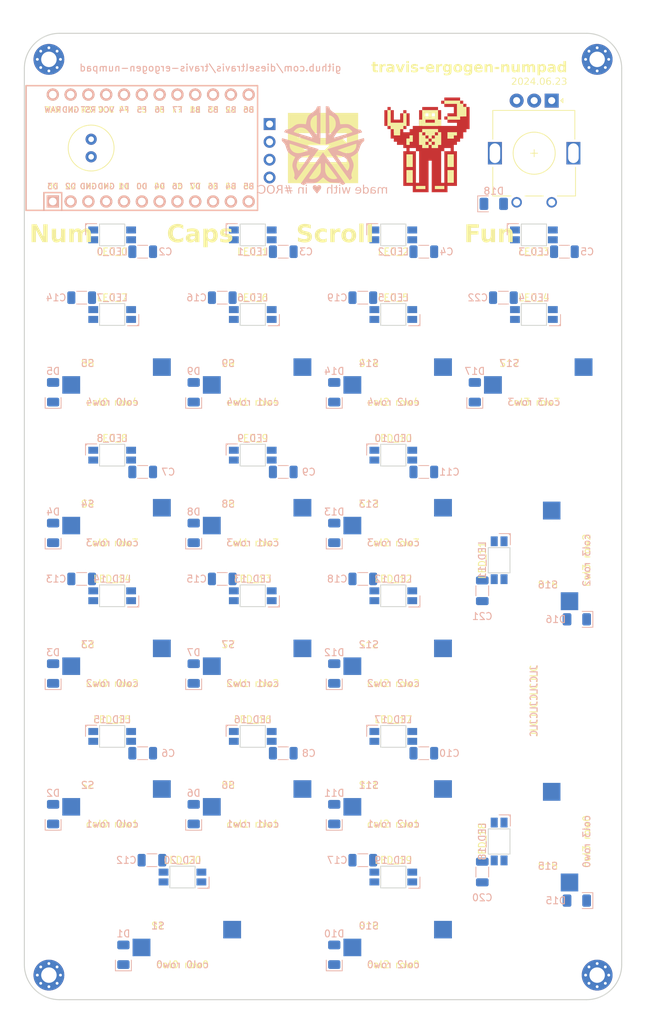
<source format=kicad_pcb>
(kicad_pcb (version 20240108) (generator "ergogen") (generator_version "4.1.0")
  (title_block (title "travis_num2024") (date "2024-06-24") (rev "2024.06.23") (company "Travis Hardiman"))
  (layers (0 "F.Cu" signal) (31 "B.Cu" signal) (34 "B.Paste" user) (35 "F.Paste" user) (36 "B.SilkS" user "B.Silkscreen") (37 "F.SilkS" user "F.Silkscreen") (38 "B.Mask" user) (39 "F.Mask" user) (44 "Edge.Cuts" user))
  (net 0 "")
  (net 1 "D3")
  (net 2 "D2")
  (net 3 "GND")
  (net 4 "sda")
  (net 5 "scl")
  (net 6 "row0")
  (net 7 "row1")
  (net 8 "row2")
  (net 9 "row3")
  (net 10 "row4")
  (net 11 "LED_0")
  (net 12 "encC")
  (net 13 "encA")
  (net 14 "B3")
  (net 15 "B1")
  (net 16 "col3")
  (net 17 "col2")
  (net 18 "col1")
  (net 19 "col0")
  (net 20 "VCC")
  (net 21 "RST")
  (net 22 "RAW")
  (net 23 "LED_1")
  (net 24 "LED_2")
  (net 25 "LED_3")
  (net 26 "LED_4")
  (net 27 "matrix_col0_row0")
  (net 28 "matrix_col0_row1")
  (net 29 "matrix_col0_row2")
  (net 30 "matrix_col0_row3")
  (net 31 "matrix_col0_row4")
  (net 32 "matrix_col1_row1")
  (net 33 "matrix_col1_row2")
  (net 34 "matrix_col1_row3")
  (net 35 "matrix_col1_row4")
  (net 36 "matrix_col2_row0")
  (net 37 "matrix_col2_row1")
  (net 38 "matrix_col2_row2")
  (net 39 "matrix_col2_row3")
  (net 40 "matrix_col2_row4")
  (net 41 "matrix_col3_row0")
  (net 42 "matrix_col3_row2")
  (net 43 "matrix_col3_row4")
  (net 44 "LED_16")
  (net 45 "LED_15")
  (net 46 "LED_9")
  (net 47 "LED_8")
  (net 48 "LED_17")
  (net 49 "LED_10")
  (net 50 "LED_18")
  (net 51 "LED_11")
  (net 52 "LED_20")
  (net 53 "LED_14")
  (net 54 "LED_7")
  (net 55 "LED_13")
  (net 56 "LED_6")
  (net 57 "LED_19")
  (net 58 "LED_12")
  (net 59 "LED_5")
  (net 60 "enc_to")
  (module "Arduino_Pro_Micro" (layer "F.Cu") (at 45.5 91.10499999999996 90)
    (fp_text reference "MCU1" hide)
    (fp_text value "Arduino Pro Micro" hide)
    (fp_text user "D3" (at -5.461 -13.97) (layer "F.SilkS") (effects (font (size 0.8 0.8))))
    (fp_text user "D3" (at -5.461 -13.97) (layer "B.SilkS") (effects (font (size 0.8 0.8)) (justify mirror)))
    (fp_text user "D2" (at -5.461 -11.43) (layer "F.SilkS") (effects (font (size 0.8 0.8))))
    (fp_text user "D2" (at -5.461 -11.43) (layer "B.SilkS") (effects (font (size 0.8 0.8)) (justify mirror)))
    (fp_text user "GND" (at -5.461 -8.89) (layer "F.SilkS") (effects (font (size 0.8 0.8))))
    (fp_text user "GND" (at -5.461 -8.89) (layer "B.SilkS") (effects (font (size 0.8 0.8)) (justify mirror)))
    (fp_text user "GND" (at -5.461 -6.35) (layer "F.SilkS") (effects (font (size 0.8 0.8))))
    (fp_text user "GND" (at -5.461 -6.35) (layer "B.SilkS") (effects (font (size 0.8 0.8)) (justify mirror)))
    (fp_text user "D1" (at -5.461 -3.81) (layer "F.SilkS") (effects (font (size 0.8 0.8))))
    (fp_text user "D1" (at -5.461 -3.81) (layer "B.SilkS") (effects (font (size 0.8 0.8)) (justify mirror)))
    (fp_text user "D0" (at -5.461 -1.27) (layer "F.SilkS") (effects (font (size 0.8 0.8))))
    (fp_text user "D0" (at -5.461 -1.27) (layer "B.SilkS") (effects (font (size 0.8 0.8)) (justify mirror)))
    (fp_text user "D4" (at -5.461 1.27) (layer "F.SilkS") (effects (font (size 0.8 0.8))))
    (fp_text user "D4" (at -5.461 1.27) (layer "B.SilkS") (effects (font (size 0.8 0.8)) (justify mirror)))
    (fp_text user "C6" (at -5.461 3.81) (layer "F.SilkS") (effects (font (size 0.8 0.8))))
    (fp_text user "C6" (at -5.461 3.81) (layer "B.SilkS") (effects (font (size 0.8 0.8)) (justify mirror)))
    (fp_text user "D7" (at -5.461 6.35) (layer "F.SilkS") (effects (font (size 0.8 0.8))))
    (fp_text user "D7" (at -5.461 6.35) (layer "B.SilkS") (effects (font (size 0.8 0.8)) (justify mirror)))
    (fp_text user "E6" (at -5.461 8.89) (layer "F.SilkS") (effects (font (size 0.8 0.8))))
    (fp_text user "E6" (at -5.461 8.89) (layer "B.SilkS") (effects (font (size 0.8 0.8)) (justify mirror)))
    (fp_text user "B4" (at -5.461 11.43) (layer "F.SilkS") (effects (font (size 0.8 0.8))))
    (fp_text user "B4" (at -5.461 11.43) (layer "B.SilkS") (effects (font (size 0.8 0.8)) (justify mirror)))
    (fp_text user "B5" (at -5.461 13.97) (layer "F.SilkS") (effects (font (size 0.8 0.8))))
    (fp_text user "B5" (at -5.461 13.97) (layer "B.SilkS") (effects (font (size 0.8 0.8)) (justify mirror)))
    (fp_text user "RAW" (at 5.461 -13.97) (layer "F.SilkS") (effects (font (size 0.8 0.8))))
    (fp_text user "RAW" (at 5.461 -13.97) (layer "B.SilkS") (effects (font (size 0.8 0.8)) (justify mirror)))
    (fp_text user "GND" (at 5.461 -11.43) (layer "F.SilkS") (effects (font (size 0.8 0.8))))
    (fp_text user "GND" (at 5.461 -11.43) (layer "B.SilkS") (effects (font (size 0.8 0.8)) (justify mirror)))
    (fp_text user "RST" (at 5.461 -8.89) (layer "F.SilkS") (effects (font (size 0.8 0.8))))
    (fp_text user "RST" (at 5.461 -8.89) (layer "B.SilkS") (effects (font (size 0.8 0.8)) (justify mirror)))
    (fp_text user "VCC" (at 5.461 -6.35) (layer "F.SilkS") (effects (font (size 0.8 0.8))))
    (fp_text user "VCC" (at 5.461 -6.35) (layer "B.SilkS") (effects (font (size 0.8 0.8)) (justify mirror)))
    (fp_text user "F4" (at 5.461 -3.81) (layer "F.SilkS") (effects (font (size 0.8 0.8))))
    (fp_text user "F4" (at 5.461 -3.81) (layer "B.SilkS") (effects (font (size 0.8 0.8)) (justify mirror)))
    (fp_text user "F5" (at 5.461 -1.27) (layer "F.SilkS") (effects (font (size 0.8 0.8))))
    (fp_text user "F5" (at 5.461 -1.27) (layer "B.SilkS") (effects (font (size 0.8 0.8)) (justify mirror)))
    (fp_text user "F6" (at 5.461 1.27) (layer "F.SilkS") (effects (font (size 0.8 0.8))))
    (fp_text user "F6" (at 5.461 1.27) (layer "B.SilkS") (effects (font (size 0.8 0.8)) (justify mirror)))
    (fp_text user "F7" (at 5.461 3.81) (layer "F.SilkS") (effects (font (size 0.8 0.8))))
    (fp_text user "F7" (at 5.461 3.81) (layer "B.SilkS") (effects (font (size 0.8 0.8)) (justify mirror)))
    (fp_text user "B1" (at 5.461 6.35) (layer "F.SilkS") (effects (font (size 0.8 0.8))))
    (fp_text user "B1" (at 5.461 6.35) (layer "B.SilkS") (effects (font (size 0.8 0.8)) (justify mirror)))
    (fp_text user "B3" (at 5.461 8.89) (layer "F.SilkS") (effects (font (size 0.8 0.8))))
    (fp_text user "B3" (at 5.461 8.89) (layer "B.SilkS") (effects (font (size 0.8 0.8)) (justify mirror)))
    (fp_text user "B2" (at 5.461 11.43) (layer "F.SilkS") (effects (font (size 0.8 0.8))))
    (fp_text user "B2" (at 5.461 11.43) (layer "B.SilkS") (effects (font (size 0.8 0.8)) (justify mirror)))
    (fp_text user "B6" (at 5.461 13.97) (layer "F.SilkS") (effects (font (size 0.8 0.8))))
    (fp_text user "B6" (at 5.461 13.97) (layer "B.SilkS") (effects (font (size 0.8 0.8)) (justify mirror)))
    (pad "1" thru_hole rect (at -7.62 -13.97 270) (size 1.7526 1.7526) (drill 1.0922) (layers "*.Cu" "*.SilkS" "*.Mask") (net 1 "D3"))
    (pad "2" thru_hole circle (at -7.62 -11.43 270) (size 1.7526 1.7526) (drill 1.0922) (layers "*.Cu" "*.SilkS" "*.Mask") (net 2 "D2"))
    (pad "3" thru_hole circle (at -7.62 -8.89 270) (size 1.7526 1.7526) (drill 1.0922) (layers "*.Cu" "*.SilkS" "*.Mask") (net 3 "GND"))
    (pad "4" thru_hole circle (at -7.62 -6.35 270) (size 1.7526 1.7526) (drill 1.0922) (layers "*.Cu" "*.SilkS" "*.Mask") (net 3 "GND"))
    (pad "5" thru_hole circle (at -7.62 -3.81 270) (size 1.7526 1.7526) (drill 1.0922) (layers "*.Cu" "*.SilkS" "*.Mask") (net 4 "sda"))
    (pad "6" thru_hole circle (at -7.62 -1.27 270) (size 1.7526 1.7526) (drill 1.0922) (layers "*.Cu" "*.SilkS" "*.Mask") (net 5 "scl"))
    (pad "7" thru_hole circle (at -7.62 1.27 270) (size 1.7526 1.7526) (drill 1.0922) (layers "*.Cu" "*.SilkS" "*.Mask") (net 6 "row0"))
    (pad "8" thru_hole circle (at -7.62 3.81 270) (size 1.7526 1.7526) (drill 1.0922) (layers "*.Cu" "*.SilkS" "*.Mask") (net 7 "row1"))
    (pad "9" thru_hole circle (at -7.62 6.35 270) (size 1.7526 1.7526) (drill 1.0922) (layers "*.Cu" "*.SilkS" "*.Mask") (net 8 "row2"))
    (pad "10" thru_hole circle (at -7.62 8.89 270) (size 1.7526 1.7526) (drill 1.0922) (layers "*.Cu" "*.SilkS" "*.Mask") (net 9 "row3"))
    (pad "11" thru_hole circle (at -7.62 11.43 270) (size 1.7526 1.7526) (drill 1.0922) (layers "*.Cu" "*.SilkS" "*.Mask") (net 10 "row4"))
    (pad "12" thru_hole circle (at -7.62 13.97 270) (size 1.7526 1.7526) (drill 1.0922) (layers "*.Cu" "*.SilkS" "*.Mask") (net 11 "LED_0"))
    (pad "13" thru_hole circle (at 7.62 13.97 270) (size 1.7526 1.7526) (drill 1.0922) (layers "*.Cu" "*.SilkS" "*.Mask") (net 12 "encC"))
    (pad "14" thru_hole circle (at 7.62 11.43 270) (size 1.7526 1.7526) (drill 1.0922) (layers "*.Cu" "*.SilkS" "*.Mask") (net 13 "encA"))
    (pad "15" thru_hole circle (at 7.62 8.89 270) (size 1.7526 1.7526) (drill 1.0922) (layers "*.Cu" "*.SilkS" "*.Mask") (net 14 "B3"))
    (pad "16" thru_hole circle (at 7.62 6.35 270) (size 1.7526 1.7526) (drill 1.0922) (layers "*.Cu" "*.SilkS" "*.Mask") (net 15 "B1"))
    (pad "17" thru_hole circle (at 7.62 3.81 270) (size 1.7526 1.7526) (drill 1.0922) (layers "*.Cu" "*.SilkS" "*.Mask") (net 16 "col3"))
    (pad "18" thru_hole circle (at 7.62 1.27 270) (size 1.7526 1.7526) (drill 1.0922) (layers "*.Cu" "*.SilkS" "*.Mask") (net 17 "col2"))
    (pad "19" thru_hole circle (at 7.62 -1.27 270) (size 1.7526 1.7526) (drill 1.0922) (layers "*.Cu" "*.SilkS" "*.Mask") (net 18 "col1"))
    (pad "20" thru_hole circle (at 7.62 -3.81 270) (size 1.7526 1.7526) (drill 1.0922) (layers "*.Cu" "*.SilkS" "*.Mask") (net 19 "col0"))
    (pad "21" thru_hole circle (at 7.62 -6.35 270) (size 1.7526 1.7526) (drill 1.0922) (layers "*.Cu" "*.SilkS" "*.Mask") (net 20 "VCC"))
    (pad "22" thru_hole circle (at 7.62 -8.89 270) (size 1.7526 1.7526) (drill 1.0922) (layers "*.Cu" "*.SilkS" "*.Mask") (net 21 "RST"))
    (pad "23" thru_hole circle (at 7.62 -11.43 270) (size 1.7526 1.7526) (drill 1.0922) (layers "*.Cu" "*.SilkS" "*.Mask") (net 3 "GND"))
    (pad "24" thru_hole circle (at 7.62 -13.97 270) (size 1.7526 1.7526) (drill 1.0922) (layers "*.Cu" "*.SilkS" "*.Mask") (net 22 "RAW"))
  )
  (module lib:OLED_headers (layer F.Cu) (at 64.05 97.48749999999997 180)
    (fp_text reference "OLED1" hide)
    (fp_text value OLED)
    (pad 4 thru_hole oval (at 1.6 2.18 450) (size 1.7 1.7) (drill 1) (layers *.Cu *.Mask) (net 4 "sda"))
    (pad 3 thru_hole oval (at 1.6 4.72 450) (size 1.7 1.7) (drill 1) (layers *.Cu *.Mask) (net 5 "scl"))
    (pad 2 thru_hole oval (at 1.6 7.26 450) (size 1.7 1.7) (drill 1) (layers *.Cu *.Mask) (net 20 "VCC"))
    (pad 1 thru_hole rect (at 1.6 9.8 450) (size 1.7 1.7) (drill 1) (layers *.Cu *.Mask) (net 3 "GND"))
  )
  (module "Capacitor_THT:C_Radial_D6.3mm_H11.0mm_P2.50mm" (layer F.Cu) (at 37 89.85499999999996 270)
    (fp_text reference "C1" hide)
    (fp_text value "6.3V 1000uF" hide)
    (pad 1 thru_hole circle (at 0 0) (size 1.6 1.6) (drill 0.8) (layers *.Cu *.Mask) (net 20 "VCC"))
    (pad 2 thru_hole circle (at 2.5 0) (size 1.6 1.6) (drill 0.8) (layers *.Cu *.Mask) (net 3 "GND"))
  )
  (module "travis:led_SK6812mini-e (per-key, single-side)" (layer B.Cu) (at 40 103.48749999999997 0)
    (fp_text reference "LED1" hide)
    (fp_text value "SK6812mini-e" (hide yes))
    (pad 2 smd rect (at 2.70 -0.7 0) (size 1.4 1) (layers B.Cu B.Paste B.Mask) (net 23 "LED_1"))
    (pad 1 smd rect (at 2.70 0.7 0) (size 1.4 1) (layers B.Cu B.Paste B.Mask) (net 20 "VCC"))
    (pad 3 smd rect (at -2.70 -0.7 0) (size 1.4 1) (layers B.Cu B.Paste B.Mask) (net 3 "GND"))
    (pad 4 smd rect (at -2.70 0.7 0) (size 1.4 1) (layers B.Cu B.Paste B.Mask) (net 11 "LED_0"))
    (fp_line (start -1.8 -1.55) (end -1.8 1.55) (layer Edge.Cuts) (width 0.12))
    (fp_line (start -1.8 1.55) (end 1.8 1.55) (layer Edge.Cuts) (width 0.12))
    (fp_line (start 1.8 1.55) (end 1.8 -1.55) (layer Edge.Cuts) (width 0.12))
    (fp_line (start 1.8 -1.55) (end -1.8 -1.55) (layer Edge.Cuts) (width 0.12))
  )
  (module "travis:led_SK6812mini-e (per-key, single-side)" (layer B.Cu) (at 60.05 103.48749999999997 0)
    (fp_text reference "LED2" hide)
    (fp_text value "SK6812mini-e" (hide yes))
    (pad 2 smd rect (at 2.70 -0.7 0) (size 1.4 1) (layers B.Cu B.Paste B.Mask) (net 24 "LED_2"))
    (pad 1 smd rect (at 2.70 0.7 0) (size 1.4 1) (layers B.Cu B.Paste B.Mask) (net 20 "VCC"))
    (pad 3 smd rect (at -2.70 -0.7 0) (size 1.4 1) (layers B.Cu B.Paste B.Mask) (net 3 "GND"))
    (pad 4 smd rect (at -2.70 0.7 0) (size 1.4 1) (layers B.Cu B.Paste B.Mask) (net 23 "LED_1"))
    (fp_line (start -1.8 -1.55) (end -1.8 1.55) (layer Edge.Cuts) (width 0.12))
    (fp_line (start -1.8 1.55) (end 1.8 1.55) (layer Edge.Cuts) (width 0.12))
    (fp_line (start 1.8 1.55) (end 1.8 -1.55) (layer Edge.Cuts) (width 0.12))
    (fp_line (start 1.8 -1.55) (end -1.8 -1.55) (layer Edge.Cuts) (width 0.12))
  )
  (module "travis:led_SK6812mini-e (per-key, single-side)" (layer B.Cu) (at 80.1 103.48749999999997 0)
    (fp_text reference "LED3" hide)
    (fp_text value "SK6812mini-e" (hide yes))
    (pad 2 smd rect (at 2.70 -0.7 0) (size 1.4 1) (layers B.Cu B.Paste B.Mask) (net 25 "LED_3"))
    (pad 1 smd rect (at 2.70 0.7 0) (size 1.4 1) (layers B.Cu B.Paste B.Mask) (net 20 "VCC"))
    (pad 3 smd rect (at -2.70 -0.7 0) (size 1.4 1) (layers B.Cu B.Paste B.Mask) (net 3 "GND"))
    (pad 4 smd rect (at -2.70 0.7 0) (size 1.4 1) (layers B.Cu B.Paste B.Mask) (net 24 "LED_2"))
    (fp_line (start -1.8 -1.55) (end -1.8 1.55) (layer Edge.Cuts) (width 0.12))
    (fp_line (start -1.8 1.55) (end 1.8 1.55) (layer Edge.Cuts) (width 0.12))
    (fp_line (start 1.8 1.55) (end 1.8 -1.55) (layer Edge.Cuts) (width 0.12))
    (fp_line (start 1.8 -1.55) (end -1.8 -1.55) (layer Edge.Cuts) (width 0.12))
  )
  (module "travis:led_SK6812mini-e (per-key, single-side)" (layer B.Cu) (at 100.15 103.48749999999997 0)
    (fp_text reference "LED4" hide)
    (fp_text value "SK6812mini-e" (hide yes))
    (pad 2 smd rect (at 2.70 -0.7 0) (size 1.4 1) (layers B.Cu B.Paste B.Mask) (net 26 "LED_4"))
    (pad 1 smd rect (at 2.70 0.7 0) (size 1.4 1) (layers B.Cu B.Paste B.Mask) (net 20 "VCC"))
    (pad 3 smd rect (at -2.70 -0.7 0) (size 1.4 1) (layers B.Cu B.Paste B.Mask) (net 3 "GND"))
    (pad 4 smd rect (at -2.70 0.7 0) (size 1.4 1) (layers B.Cu B.Paste B.Mask) (net 25 "LED_3"))
    (fp_line (start -1.8 -1.55) (end -1.8 1.55) (layer Edge.Cuts) (width 0.12))
    (fp_line (start -1.8 1.55) (end 1.8 1.55) (layer Edge.Cuts) (width 0.12))
    (fp_line (start 1.8 1.55) (end 1.8 -1.55) (layer Edge.Cuts) (width 0.12))
    (fp_line (start 1.8 -1.55) (end -1.8 -1.55) (layer Edge.Cuts) (width 0.12))
  )
  (gr_text "LED_0" (at 40 105.88749999999997 0) (layer "F.SilkS") (effects (font (size 1 1))))
  (gr_text "LED_0" (at 40 105.88749999999997 0) (layer "B.SilkS") (effects (font (size 1 1)) (justify mirror)))
  (gr_text "LED_1" (at 60.05 105.88749999999997 0) (layer "F.SilkS") (effects (font (size 1 1))))
  (gr_text "LED_1" (at 60.05 105.88749999999997 0) (layer "B.SilkS") (effects (font (size 1 1)) (justify mirror)))
  (gr_text "LED_2" (at 80.1 105.88749999999997 0) (layer "F.SilkS") (effects (font (size 1 1))))
  (gr_text "LED_2" (at 80.1 105.88749999999997 0) (layer "B.SilkS") (effects (font (size 1 1)) (justify mirror)))
  (gr_text "LED_3" (at 100.15 105.88749999999997 0) (layer "F.SilkS") (effects (font (size 1 1))))
  (gr_text "LED_3" (at 100.15 105.88749999999997 0) (layer "B.SilkS") (effects (font (size 1 1)) (justify mirror)))
  (footprint "C_1206_3216Metric" (layer "B.Cu") (at 44.35 105.88749999999997 0)
    (property "Reference" "C2" (at 3.25 0 0) (layer "B.SilkS") (effects (justify mirror)))
    (property "Value" "C_1206_3216Metric" (hide yes))
    (pad "1" smd roundrect (at -1.475 0 0) (size 1.15 1.8) (layers "B.Cu" "B.Paste" "B.Mask") (roundrect_rratio 0.217391) (net 20 "VCC"))
    (pad "2" smd roundrect (at 1.475 0 0) (size 1.15 1.8) (layers "B.Cu" "B.Paste" "B.Mask") (roundrect_rratio 0.217391) (net 3 "GND"))
  )
  (footprint "C_1206_3216Metric" (layer "B.Cu") (at 64.39999999999999 105.88749999999997 0)
    (property "Reference" "C3" (at 3.25 0 0) (layer "B.SilkS") (effects (justify mirror)))
    (property "Value" "C_1206_3216Metric" (hide yes))
    (pad "1" smd roundrect (at -1.475 0 0) (size 1.15 1.8) (layers "B.Cu" "B.Paste" "B.Mask") (roundrect_rratio 0.217391) (net 20 "VCC"))
    (pad "2" smd roundrect (at 1.475 0 0) (size 1.15 1.8) (layers "B.Cu" "B.Paste" "B.Mask") (roundrect_rratio 0.217391) (net 3 "GND"))
  )
  (footprint "C_1206_3216Metric" (layer "B.Cu") (at 84.44999999999999 105.88749999999997 0)
    (property "Reference" "C4" (at 3.25 0 0) (layer "B.SilkS") (effects (justify mirror)))
    (property "Value" "C_1206_3216Metric" (hide yes))
    (pad "1" smd roundrect (at -1.475 0 0) (size 1.15 1.8) (layers "B.Cu" "B.Paste" "B.Mask") (roundrect_rratio 0.217391) (net 20 "VCC"))
    (pad "2" smd roundrect (at 1.475 0 0) (size 1.15 1.8) (layers "B.Cu" "B.Paste" "B.Mask") (roundrect_rratio 0.217391) (net 3 "GND"))
  )
  (footprint "C_1206_3216Metric" (layer "B.Cu") (at 104.5 105.88749999999997 0)
    (property "Reference" "C5" (at 3.25 0 0) (layer "B.SilkS") (effects (justify mirror)))
    (property "Value" "C_1206_3216Metric" (hide yes))
    (pad "1" smd roundrect (at -1.475 0 0) (size 1.15 1.8) (layers "B.Cu" "B.Paste" "B.Mask") (roundrect_rratio 0.217391) (net 20 "VCC"))
    (pad "2" smd roundrect (at 1.475 0 0) (size 1.15 1.8) (layers "B.Cu" "B.Paste" "B.Mask") (roundrect_rratio 0.217391) (net 3 "GND"))
  )
  (gr_text "Num" (at 37.25 103.48749999999997 0) (layer "F.SilkS") (effects (font (size 2.5 2.5) (thickness 0.15) (bold yes)) (justify right)))
  (gr_text "Caps" (at 57.3 103.48749999999997 0) (layer "F.SilkS") (effects (font (size 2.5 2.5) (thickness 0.15) (bold yes)) (justify right)))
  (gr_text "Scroll" (at 77.35 103.48749999999997 0) (layer "F.SilkS") (effects (font (size 2.5 2.5) (thickness 0.15) (bold yes)) (justify right)))
  (gr_text "Fun" (at 97.4 103.48749999999997 0) (layer "F.SilkS") (effects (font (size 2.5 2.5) (thickness 0.15) (bold yes)) (justify right)))
  (gr_text "col0 row0" (at 50.025 207.525 0) (layer "F.SilkS") (effects (font (size 1 1))))
  (gr_text "col0 row0" (at 50.025 207.525 0) (layer "B.SilkS") (effects (font (size 1 1)) (justify mirror)))
  (gr_text "col0 row1" (at 40 187.475 0) (layer "F.SilkS") (effects (font (size 1 1))))
  (gr_text "col0 row1" (at 40 187.475 0) (layer "B.SilkS") (effects (font (size 1 1)) (justify mirror)))
  (gr_text "col0 row2" (at 40 167.42499999999998 0) (layer "F.SilkS") (effects (font (size 1 1))))
  (gr_text "col0 row2" (at 40 167.42499999999998 0) (layer "B.SilkS") (effects (font (size 1 1)) (justify mirror)))
  (gr_text "col0 row3" (at 40 147.37499999999997 0) (layer "F.SilkS") (effects (font (size 1 1))))
  (gr_text "col0 row3" (at 40 147.37499999999997 0) (layer "B.SilkS") (effects (font (size 1 1)) (justify mirror)))
  (gr_text "col0 row4" (at 40 127.32499999999997 0) (layer "F.SilkS") (effects (font (size 1 1))))
  (gr_text "col0 row4" (at 40 127.32499999999997 0) (layer "B.SilkS") (effects (font (size 1 1)) (justify mirror)))
  (gr_text "col1 row1" (at 60.05 187.475 0) (layer "F.SilkS") (effects (font (size 1 1))))
  (gr_text "col1 row1" (at 60.05 187.475 0) (layer "B.SilkS") (effects (font (size 1 1)) (justify mirror)))
  (gr_text "col1 row2" (at 60.05 167.42499999999998 0) (layer "F.SilkS") (effects (font (size 1 1))))
  (gr_text "col1 row2" (at 60.05 167.42499999999998 0) (layer "B.SilkS") (effects (font (size 1 1)) (justify mirror)))
  (gr_text "col1 row3" (at 60.05 147.37499999999997 0) (layer "F.SilkS") (effects (font (size 1 1))))
  (gr_text "col1 row3" (at 60.05 147.37499999999997 0) (layer "B.SilkS") (effects (font (size 1 1)) (justify mirror)))
  (gr_text "col1 row4" (at 60.05 127.32499999999997 0) (layer "F.SilkS") (effects (font (size 1 1))))
  (gr_text "col1 row4" (at 60.05 127.32499999999997 0) (layer "B.SilkS") (effects (font (size 1 1)) (justify mirror)))
  (gr_text "col2 row0" (at 80.1 207.525 0) (layer "F.SilkS") (effects (font (size 1 1))))
  (gr_text "col2 row0" (at 80.1 207.525 0) (layer "B.SilkS") (effects (font (size 1 1)) (justify mirror)))
  (gr_text "col2 row1" (at 80.1 187.475 0) (layer "F.SilkS") (effects (font (size 1 1))))
  (gr_text "col2 row1" (at 80.1 187.475 0) (layer "B.SilkS") (effects (font (size 1 1)) (justify mirror)))
  (gr_text "col2 row2" (at 80.1 167.42499999999998 0) (layer "F.SilkS") (effects (font (size 1 1))))
  (gr_text "col2 row2" (at 80.1 167.42499999999998 0) (layer "B.SilkS") (effects (font (size 1 1)) (justify mirror)))
  (gr_text "col2 row3" (at 80.1 147.37499999999997 0) (layer "F.SilkS") (effects (font (size 1 1))))
  (gr_text "col2 row3" (at 80.1 147.37499999999997 0) (layer "B.SilkS") (effects (font (size 1 1)) (justify mirror)))
  (gr_text "col2 row4" (at 80.1 127.32499999999997 0) (layer "F.SilkS") (effects (font (size 1 1))))
  (gr_text "col2 row4" (at 80.1 127.32499999999997 0) (layer "B.SilkS") (effects (font (size 1 1)) (justify mirror)))
  (gr_text "col3 row0" (at 107.67500000000001 189.975 90) (layer "F.SilkS") (effects (font (size 1 1))))
  (gr_text "col3 row0" (at 107.67500000000001 189.975 90) (layer "B.SilkS") (effects (font (size 1 1)) (justify mirror)))
  (gr_text "col3 row2" (at 107.67500000000001 149.87499999999997 90) (layer "F.SilkS") (effects (font (size 1 1))))
  (gr_text "col3 row2" (at 107.67500000000001 149.87499999999997 90) (layer "B.SilkS") (effects (font (size 1 1)) (justify mirror)))
  (gr_text "col3 row3" (at 100.15 127.32499999999997 0) (layer "F.SilkS") (effects (font (size 1 1))))
  (gr_text "col3 row3" (at 100.15 127.32499999999997 0) (layer "B.SilkS") (effects (font (size 1 1)) (justify mirror)))
  (module "travis:MX" (layer F.Cu) (at 50.025 200 180)
    (fp_text reference "S1" (at 3.5 -2 0) (layer F.SilkS))
    (fp_text value "Kailh MX Switch Sockets" hide)
    (pad "" np_thru_hole circle (at 0 0) (size 3.9878 3.9878) (drill 3.9878) (layers *.Cu *.Mask))
    (pad "" np_thru_hole circle (at 5.08 0) (size 1.7018 1.7018) (drill 1.7018) (layers *.Cu *.Mask))
    (pad "" np_thru_hole circle (at -5.08 0) (size 1.7018 1.7018) (drill 1.7018) (layers *.Cu *.Mask))
    (pad "" np_thru_hole circle (at 2.54 -5.08) (size 3 3) (drill 3) (layers *.Cu *.Mask))
    (pad "" np_thru_hole circle (at -3.81 -2.54) (size 3 3) (drill 3) (layers *.Cu *.Mask))
    (pad 1 smd rect (at -7.085 -2.54 180) (size 2.55 2.5) (layers B.Cu B.Paste B.Mask) (net 19 "col0"))
    (pad 2 smd rect (at 5.842 -5.08 180) (size 2.55 2.5) (layers B.Cu B.Paste B.Mask) (net 27 "matrix_col0_row0"))
  )
  (gr_text "S1" (at 46.5250 202.0000 0) (layer B.SilkS) (effects (font (size 1 1)) (justify mirror)))
  (module "travis:MX" (layer F.Cu) (at 40 179.95 180)
    (fp_text reference "S2" (at 3.5 -2 0) (layer F.SilkS))
    (fp_text value "Kailh MX Switch Sockets" hide)
    (pad "" np_thru_hole circle (at 0 0) (size 3.9878 3.9878) (drill 3.9878) (layers *.Cu *.Mask))
    (pad "" np_thru_hole circle (at 5.08 0) (size 1.7018 1.7018) (drill 1.7018) (layers *.Cu *.Mask))
    (pad "" np_thru_hole circle (at -5.08 0) (size 1.7018 1.7018) (drill 1.7018) (layers *.Cu *.Mask))
    (pad "" np_thru_hole circle (at 2.54 -5.08) (size 3 3) (drill 3) (layers *.Cu *.Mask))
    (pad "" np_thru_hole circle (at -3.81 -2.54) (size 3 3) (drill 3) (layers *.Cu *.Mask))
    (pad 1 smd rect (at -7.085 -2.54 180) (size 2.55 2.5) (layers B.Cu B.Paste B.Mask) (net 19 "col0"))
    (pad 2 smd rect (at 5.842 -5.08 180) (size 2.55 2.5) (layers B.Cu B.Paste B.Mask) (net 28 "matrix_col0_row1"))
  )
  (gr_text "S2" (at 36.5000 181.9500 0) (layer B.SilkS) (effects (font (size 1 1)) (justify mirror)))
  (module "travis:MX" (layer F.Cu) (at 40 159.89999999999998 180)
    (fp_text reference "S3" (at 3.5 -2 0) (layer F.SilkS))
    (fp_text value "Kailh MX Switch Sockets" hide)
    (pad "" np_thru_hole circle (at 0 0) (size 3.9878 3.9878) (drill 3.9878) (layers *.Cu *.Mask))
    (pad "" np_thru_hole circle (at 5.08 0) (size 1.7018 1.7018) (drill 1.7018) (layers *.Cu *.Mask))
    (pad "" np_thru_hole circle (at -5.08 0) (size 1.7018 1.7018) (drill 1.7018) (layers *.Cu *.Mask))
    (pad "" np_thru_hole circle (at 2.54 -5.08) (size 3 3) (drill 3) (layers *.Cu *.Mask))
    (pad "" np_thru_hole circle (at -3.81 -2.54) (size 3 3) (drill 3) (layers *.Cu *.Mask))
    (pad 1 smd rect (at -7.085 -2.54 180) (size 2.55 2.5) (layers B.Cu B.Paste B.Mask) (net 19 "col0"))
    (pad 2 smd rect (at 5.842 -5.08 180) (size 2.55 2.5) (layers B.Cu B.Paste B.Mask) (net 29 "matrix_col0_row2"))
  )
  (gr_text "S3" (at 36.5000 161.9000 0) (layer B.SilkS) (effects (font (size 1 1)) (justify mirror)))
  (module "travis:MX" (layer F.Cu) (at 40 139.84999999999997 180)
    (fp_text reference "S4" (at 3.5 -2 0) (layer F.SilkS))
    (fp_text value "Kailh MX Switch Sockets" hide)
    (pad "" np_thru_hole circle (at 0 0) (size 3.9878 3.9878) (drill 3.9878) (layers *.Cu *.Mask))
    (pad "" np_thru_hole circle (at 5.08 0) (size 1.7018 1.7018) (drill 1.7018) (layers *.Cu *.Mask))
    (pad "" np_thru_hole circle (at -5.08 0) (size 1.7018 1.7018) (drill 1.7018) (layers *.Cu *.Mask))
    (pad "" np_thru_hole circle (at 2.54 -5.08) (size 3 3) (drill 3) (layers *.Cu *.Mask))
    (pad "" np_thru_hole circle (at -3.81 -2.54) (size 3 3) (drill 3) (layers *.Cu *.Mask))
    (pad 1 smd rect (at -7.085 -2.54 180) (size 2.55 2.5) (layers B.Cu B.Paste B.Mask) (net 19 "col0"))
    (pad 2 smd rect (at 5.842 -5.08 180) (size 2.55 2.5) (layers B.Cu B.Paste B.Mask) (net 30 "matrix_col0_row3"))
  )
  (gr_text "S4" (at 36.5000 141.8500 0) (layer B.SilkS) (effects (font (size 1 1)) (justify mirror)))
  (module "travis:MX" (layer F.Cu) (at 40 119.79999999999997 180)
    (fp_text reference "S5" (at 3.5 -2 0) (layer F.SilkS))
    (fp_text value "Kailh MX Switch Sockets" hide)
    (pad "" np_thru_hole circle (at 0 0) (size 3.9878 3.9878) (drill 3.9878) (layers *.Cu *.Mask))
    (pad "" np_thru_hole circle (at 5.08 0) (size 1.7018 1.7018) (drill 1.7018) (layers *.Cu *.Mask))
    (pad "" np_thru_hole circle (at -5.08 0) (size 1.7018 1.7018) (drill 1.7018) (layers *.Cu *.Mask))
    (pad "" np_thru_hole circle (at 2.54 -5.08) (size 3 3) (drill 3) (layers *.Cu *.Mask))
    (pad "" np_thru_hole circle (at -3.81 -2.54) (size 3 3) (drill 3) (layers *.Cu *.Mask))
    (pad 1 smd rect (at -7.085 -2.54 180) (size 2.55 2.5) (layers B.Cu B.Paste B.Mask) (net 19 "col0"))
    (pad 2 smd rect (at 5.842 -5.08 180) (size 2.55 2.5) (layers B.Cu B.Paste B.Mask) (net 31 "matrix_col0_row4"))
  )
  (gr_text "S5" (at 36.5000 121.8000 0) (layer B.SilkS) (effects (font (size 1 1)) (justify mirror)))
  (module "travis:MX" (layer F.Cu) (at 60.05 179.95 180)
    (fp_text reference "S6" (at 3.5 -2 0) (layer F.SilkS))
    (fp_text value "Kailh MX Switch Sockets" hide)
    (pad "" np_thru_hole circle (at 0 0) (size 3.9878 3.9878) (drill 3.9878) (layers *.Cu *.Mask))
    (pad "" np_thru_hole circle (at 5.08 0) (size 1.7018 1.7018) (drill 1.7018) (layers *.Cu *.Mask))
    (pad "" np_thru_hole circle (at -5.08 0) (size 1.7018 1.7018) (drill 1.7018) (layers *.Cu *.Mask))
    (pad "" np_thru_hole circle (at 2.54 -5.08) (size 3 3) (drill 3) (layers *.Cu *.Mask))
    (pad "" np_thru_hole circle (at -3.81 -2.54) (size 3 3) (drill 3) (layers *.Cu *.Mask))
    (pad 1 smd rect (at -7.085 -2.54 180) (size 2.55 2.5) (layers B.Cu B.Paste B.Mask) (net 18 "col1"))
    (pad 2 smd rect (at 5.842 -5.08 180) (size 2.55 2.5) (layers B.Cu B.Paste B.Mask) (net 32 "matrix_col1_row1"))
  )
  (gr_text "S6" (at 56.5500 181.9500 0) (layer B.SilkS) (effects (font (size 1 1)) (justify mirror)))
  (module "travis:MX" (layer F.Cu) (at 60.05 159.89999999999998 180)
    (fp_text reference "S7" (at 3.5 -2 0) (layer F.SilkS))
    (fp_text value "Kailh MX Switch Sockets" hide)
    (pad "" np_thru_hole circle (at 0 0) (size 3.9878 3.9878) (drill 3.9878) (layers *.Cu *.Mask))
    (pad "" np_thru_hole circle (at 5.08 0) (size 1.7018 1.7018) (drill 1.7018) (layers *.Cu *.Mask))
    (pad "" np_thru_hole circle (at -5.08 0) (size 1.7018 1.7018) (drill 1.7018) (layers *.Cu *.Mask))
    (pad "" np_thru_hole circle (at 2.54 -5.08) (size 3 3) (drill 3) (layers *.Cu *.Mask))
    (pad "" np_thru_hole circle (at -3.81 -2.54) (size 3 3) (drill 3) (layers *.Cu *.Mask))
    (pad 1 smd rect (at -7.085 -2.54 180) (size 2.55 2.5) (layers B.Cu B.Paste B.Mask) (net 18 "col1"))
    (pad 2 smd rect (at 5.842 -5.08 180) (size 2.55 2.5) (layers B.Cu B.Paste B.Mask) (net 33 "matrix_col1_row2"))
  )
  (gr_text "S7" (at 56.5500 161.9000 0) (layer B.SilkS) (effects (font (size 1 1)) (justify mirror)))
  (module "travis:MX" (layer F.Cu) (at 60.05 139.84999999999997 180)
    (fp_text reference "S8" (at 3.5 -2 0) (layer F.SilkS))
    (fp_text value "Kailh MX Switch Sockets" hide)
    (pad "" np_thru_hole circle (at 0 0) (size 3.9878 3.9878) (drill 3.9878) (layers *.Cu *.Mask))
    (pad "" np_thru_hole circle (at 5.08 0) (size 1.7018 1.7018) (drill 1.7018) (layers *.Cu *.Mask))
    (pad "" np_thru_hole circle (at -5.08 0) (size 1.7018 1.7018) (drill 1.7018) (layers *.Cu *.Mask))
    (pad "" np_thru_hole circle (at 2.54 -5.08) (size 3 3) (drill 3) (layers *.Cu *.Mask))
    (pad "" np_thru_hole circle (at -3.81 -2.54) (size 3 3) (drill 3) (layers *.Cu *.Mask))
    (pad 1 smd rect (at -7.085 -2.54 180) (size 2.55 2.5) (layers B.Cu B.Paste B.Mask) (net 18 "col1"))
    (pad 2 smd rect (at 5.842 -5.08 180) (size 2.55 2.5) (layers B.Cu B.Paste B.Mask) (net 34 "matrix_col1_row3"))
  )
  (gr_text "S8" (at 56.5500 141.8500 0) (layer B.SilkS) (effects (font (size 1 1)) (justify mirror)))
  (module "travis:MX" (layer F.Cu) (at 60.05 119.79999999999997 180)
    (fp_text reference "S9" (at 3.5 -2 0) (layer F.SilkS))
    (fp_text value "Kailh MX Switch Sockets" hide)
    (pad "" np_thru_hole circle (at 0 0) (size 3.9878 3.9878) (drill 3.9878) (layers *.Cu *.Mask))
    (pad "" np_thru_hole circle (at 5.08 0) (size 1.7018 1.7018) (drill 1.7018) (layers *.Cu *.Mask))
    (pad "" np_thru_hole circle (at -5.08 0) (size 1.7018 1.7018) (drill 1.7018) (layers *.Cu *.Mask))
    (pad "" np_thru_hole circle (at 2.54 -5.08) (size 3 3) (drill 3) (layers *.Cu *.Mask))
    (pad "" np_thru_hole circle (at -3.81 -2.54) (size 3 3) (drill 3) (layers *.Cu *.Mask))
    (pad 1 smd rect (at -7.085 -2.54 180) (size 2.55 2.5) (layers B.Cu B.Paste B.Mask) (net 18 "col1"))
    (pad 2 smd rect (at 5.842 -5.08 180) (size 2.55 2.5) (layers B.Cu B.Paste B.Mask) (net 35 "matrix_col1_row4"))
  )
  (gr_text "S9" (at 56.5500 121.8000 0) (layer B.SilkS) (effects (font (size 1 1)) (justify mirror)))
  (module "travis:MX" (layer F.Cu) (at 80.1 200 180)
    (fp_text reference "S10" (at 3.5 -2 0) (layer F.SilkS))
    (fp_text value "Kailh MX Switch Sockets" hide)
    (pad "" np_thru_hole circle (at 0 0) (size 3.9878 3.9878) (drill 3.9878) (layers *.Cu *.Mask))
    (pad "" np_thru_hole circle (at 5.08 0) (size 1.7018 1.7018) (drill 1.7018) (layers *.Cu *.Mask))
    (pad "" np_thru_hole circle (at -5.08 0) (size 1.7018 1.7018) (drill 1.7018) (layers *.Cu *.Mask))
    (pad "" np_thru_hole circle (at 2.54 -5.08) (size 3 3) (drill 3) (layers *.Cu *.Mask))
    (pad "" np_thru_hole circle (at -3.81 -2.54) (size 3 3) (drill 3) (layers *.Cu *.Mask))
    (pad 1 smd rect (at -7.085 -2.54 180) (size 2.55 2.5) (layers B.Cu B.Paste B.Mask) (net 17 "col2"))
    (pad 2 smd rect (at 5.842 -5.08 180) (size 2.55 2.5) (layers B.Cu B.Paste B.Mask) (net 36 "matrix_col2_row0"))
  )
  (gr_text "S10" (at 76.6000 202.0000 0) (layer B.SilkS) (effects (font (size 1 1)) (justify mirror)))
  (module "travis:MX" (layer F.Cu) (at 80.1 179.95 180)
    (fp_text reference "S11" (at 3.5 -2 0) (layer F.SilkS))
    (fp_text value "Kailh MX Switch Sockets" hide)
    (pad "" np_thru_hole circle (at 0 0) (size 3.9878 3.9878) (drill 3.9878) (layers *.Cu *.Mask))
    (pad "" np_thru_hole circle (at 5.08 0) (size 1.7018 1.7018) (drill 1.7018) (layers *.Cu *.Mask))
    (pad "" np_thru_hole circle (at -5.08 0) (size 1.7018 1.7018) (drill 1.7018) (layers *.Cu *.Mask))
    (pad "" np_thru_hole circle (at 2.54 -5.08) (size 3 3) (drill 3) (layers *.Cu *.Mask))
    (pad "" np_thru_hole circle (at -3.81 -2.54) (size 3 3) (drill 3) (layers *.Cu *.Mask))
    (pad 1 smd rect (at -7.085 -2.54 180) (size 2.55 2.5) (layers B.Cu B.Paste B.Mask) (net 17 "col2"))
    (pad 2 smd rect (at 5.842 -5.08 180) (size 2.55 2.5) (layers B.Cu B.Paste B.Mask) (net 37 "matrix_col2_row1"))
  )
  (gr_text "S11" (at 76.6000 181.9500 0) (layer B.SilkS) (effects (font (size 1 1)) (justify mirror)))
  (module "travis:MX" (layer F.Cu) (at 80.1 159.89999999999998 180)
    (fp_text reference "S12" (at 3.5 -2 0) (layer F.SilkS))
    (fp_text value "Kailh MX Switch Sockets" hide)
    (pad "" np_thru_hole circle (at 0 0) (size 3.9878 3.9878) (drill 3.9878) (layers *.Cu *.Mask))
    (pad "" np_thru_hole circle (at 5.08 0) (size 1.7018 1.7018) (drill 1.7018) (layers *.Cu *.Mask))
    (pad "" np_thru_hole circle (at -5.08 0) (size 1.7018 1.7018) (drill 1.7018) (layers *.Cu *.Mask))
    (pad "" np_thru_hole circle (at 2.54 -5.08) (size 3 3) (drill 3) (layers *.Cu *.Mask))
    (pad "" np_thru_hole circle (at -3.81 -2.54) (size 3 3) (drill 3) (layers *.Cu *.Mask))
    (pad 1 smd rect (at -7.085 -2.54 180) (size 2.55 2.5) (layers B.Cu B.Paste B.Mask) (net 17 "col2"))
    (pad 2 smd rect (at 5.842 -5.08 180) (size 2.55 2.5) (layers B.Cu B.Paste B.Mask) (net 38 "matrix_col2_row2"))
  )
  (gr_text "S12" (at 76.6000 161.9000 0) (layer B.SilkS) (effects (font (size 1 1)) (justify mirror)))
  (module "travis:MX" (layer F.Cu) (at 80.1 139.84999999999997 180)
    (fp_text reference "S13" (at 3.5 -2 0) (layer F.SilkS))
    (fp_text value "Kailh MX Switch Sockets" hide)
    (pad "" np_thru_hole circle (at 0 0) (size 3.9878 3.9878) (drill 3.9878) (layers *.Cu *.Mask))
    (pad "" np_thru_hole circle (at 5.08 0) (size 1.7018 1.7018) (drill 1.7018) (layers *.Cu *.Mask))
    (pad "" np_thru_hole circle (at -5.08 0) (size 1.7018 1.7018) (drill 1.7018) (layers *.Cu *.Mask))
    (pad "" np_thru_hole circle (at 2.54 -5.08) (size 3 3) (drill 3) (layers *.Cu *.Mask))
    (pad "" np_thru_hole circle (at -3.81 -2.54) (size 3 3) (drill 3) (layers *.Cu *.Mask))
    (pad 1 smd rect (at -7.085 -2.54 180) (size 2.55 2.5) (layers B.Cu B.Paste B.Mask) (net 17 "col2"))
    (pad 2 smd rect (at 5.842 -5.08 180) (size 2.55 2.5) (layers B.Cu B.Paste B.Mask) (net 39 "matrix_col2_row3"))
  )
  (gr_text "S13" (at 76.6000 141.8500 0) (layer B.SilkS) (effects (font (size 1 1)) (justify mirror)))
  (module "travis:MX" (layer F.Cu) (at 80.1 119.79999999999997 180)
    (fp_text reference "S14" (at 3.5 -2 0) (layer F.SilkS))
    (fp_text value "Kailh MX Switch Sockets" hide)
    (pad "" np_thru_hole circle (at 0 0) (size 3.9878 3.9878) (drill 3.9878) (layers *.Cu *.Mask))
    (pad "" np_thru_hole circle (at 5.08 0) (size 1.7018 1.7018) (drill 1.7018) (layers *.Cu *.Mask))
    (pad "" np_thru_hole circle (at -5.08 0) (size 1.7018 1.7018) (drill 1.7018) (layers *.Cu *.Mask))
    (pad "" np_thru_hole circle (at 2.54 -5.08) (size 3 3) (drill 3) (layers *.Cu *.Mask))
    (pad "" np_thru_hole circle (at -3.81 -2.54) (size 3 3) (drill 3) (layers *.Cu *.Mask))
    (pad 1 smd rect (at -7.085 -2.54 180) (size 2.55 2.5) (layers B.Cu B.Paste B.Mask) (net 17 "col2"))
    (pad 2 smd rect (at 5.842 -5.08 180) (size 2.55 2.5) (layers B.Cu B.Paste B.Mask) (net 40 "matrix_col2_row4"))
  )
  (gr_text "S14" (at 76.6000 121.8000 0) (layer B.SilkS) (effects (font (size 1 1)) (justify mirror)))
  (module "travis:MX" (layer F.Cu) (at 100.15 189.975 270)
    (fp_text reference "S15" (at 3.5 -2 0) (layer F.SilkS))
    (fp_text value "Kailh MX Switch Sockets" hide)
    (pad "" np_thru_hole circle (at 0 0) (size 3.9878 3.9878) (drill 3.9878) (layers *.Cu *.Mask))
    (pad "" np_thru_hole circle (at 5.08 0) (size 1.7018 1.7018) (drill 1.7018) (layers *.Cu *.Mask))
    (pad "" np_thru_hole circle (at -5.08 0) (size 1.7018 1.7018) (drill 1.7018) (layers *.Cu *.Mask))
    (pad "" np_thru_hole circle (at 2.54 -5.08) (size 3 3) (drill 3) (layers *.Cu *.Mask))
    (pad "" np_thru_hole circle (at -3.81 -2.54) (size 3 3) (drill 3) (layers *.Cu *.Mask))
    (pad 1 smd rect (at -7.085 -2.54 270) (size 2.55 2.5) (layers B.Cu B.Paste B.Mask) (net 16 "col3"))
    (pad 2 smd rect (at 5.842 -5.08 270) (size 2.55 2.5) (layers B.Cu B.Paste B.Mask) (net 41 "matrix_col3_row0"))
  )
  (gr_text "S15" (at 102.1500 193.4750 0) (layer B.SilkS) (effects (font (size 1 1)) (justify mirror)))
  (module "travis:MX" (layer F.Cu) (at 100.15 149.87499999999997 270)
    (fp_text reference "S16" (at 3.5 -2 0) (layer F.SilkS))
    (fp_text value "Kailh MX Switch Sockets" hide)
    (pad "" np_thru_hole circle (at 0 0) (size 3.9878 3.9878) (drill 3.9878) (layers *.Cu *.Mask))
    (pad "" np_thru_hole circle (at 5.08 0) (size 1.7018 1.7018) (drill 1.7018) (layers *.Cu *.Mask))
    (pad "" np_thru_hole circle (at -5.08 0) (size 1.7018 1.7018) (drill 1.7018) (layers *.Cu *.Mask))
    (pad "" np_thru_hole circle (at 2.54 -5.08) (size 3 3) (drill 3) (layers *.Cu *.Mask))
    (pad "" np_thru_hole circle (at -3.81 -2.54) (size 3 3) (drill 3) (layers *.Cu *.Mask))
    (pad 1 smd rect (at -7.085 -2.54 270) (size 2.55 2.5) (layers B.Cu B.Paste B.Mask) (net 16 "col3"))
    (pad 2 smd rect (at 5.842 -5.08 270) (size 2.55 2.5) (layers B.Cu B.Paste B.Mask) (net 42 "matrix_col3_row2"))
  )
  (gr_text "S16" (at 102.1500 153.3750 0) (layer B.SilkS) (effects (font (size 1 1)) (justify mirror)))
  (module "travis:MX" (layer F.Cu) (at 100.15 119.79999999999997 180)
    (fp_text reference "S17" (at 3.5 -2 0) (layer F.SilkS))
    (fp_text value "Kailh MX Switch Sockets" hide)
    (pad "" np_thru_hole circle (at 0 0) (size 3.9878 3.9878) (drill 3.9878) (layers *.Cu *.Mask))
    (pad "" np_thru_hole circle (at 5.08 0) (size 1.7018 1.7018) (drill 1.7018) (layers *.Cu *.Mask))
    (pad "" np_thru_hole circle (at -5.08 0) (size 1.7018 1.7018) (drill 1.7018) (layers *.Cu *.Mask))
    (pad "" np_thru_hole circle (at 2.54 -5.08) (size 3 3) (drill 3) (layers *.Cu *.Mask))
    (pad "" np_thru_hole circle (at -3.81 -2.54) (size 3 3) (drill 3) (layers *.Cu *.Mask))
    (pad 1 smd rect (at -7.085 -2.54 180) (size 2.55 2.5) (layers B.Cu B.Paste B.Mask) (net 16 "col3"))
    (pad 2 smd rect (at 5.842 -5.08 180) (size 2.55 2.5) (layers B.Cu B.Paste B.Mask) (net 43 "matrix_col3_row4"))
  )
  (gr_text "S17" (at 96.6500 121.8000 0) (layer B.SilkS) (effects (font (size 1 1)) (justify mirror)))
  (footprint "D_1206_3216Metric" (layer "B.Cu") (at 41.599999999999994 206.125 90)
    (property "Reference" "D1" (at 3 0 0) (layer "B.SilkS") (effects (justify mirror)))
    (property "Value" "D_1206_3216Metric" (hide yes))
    (pad "1" smd roundrect (at -1.4 0 90) (size 1.25 1.75) (layers "B.Cu" "B.Paste" "B.Mask") (roundrect_rratio 0.2) (net 6 "row0"))
    (pad "2" smd roundrect (at 1.4 0 90) (size 1.25 1.75) (layers "B.Cu" "B.Paste" "B.Mask") (roundrect_rratio 0.2) (net 27 "matrix_col0_row0"))
  )
  (footprint "D_1206_3216Metric" (layer "B.Cu") (at 31.575 186.075 90)
    (property "Reference" "D2" (at 3 0 0) (layer "B.SilkS") (effects (justify mirror)))
    (property "Value" "D_1206_3216Metric" (hide yes))
    (pad "1" smd roundrect (at -1.4 0 90) (size 1.25 1.75) (layers "B.Cu" "B.Paste" "B.Mask") (roundrect_rratio 0.2) (net 7 "row1"))
    (pad "2" smd roundrect (at 1.4 0 90) (size 1.25 1.75) (layers "B.Cu" "B.Paste" "B.Mask") (roundrect_rratio 0.2) (net 28 "matrix_col0_row1"))
  )
  (footprint "D_1206_3216Metric" (layer "B.Cu") (at 31.575 166.02499999999998 90)
    (property "Reference" "D3" (at 3 0 0) (layer "B.SilkS") (effects (justify mirror)))
    (property "Value" "D_1206_3216Metric" (hide yes))
    (pad "1" smd roundrect (at -1.4 0 90) (size 1.25 1.75) (layers "B.Cu" "B.Paste" "B.Mask") (roundrect_rratio 0.2) (net 8 "row2"))
    (pad "2" smd roundrect (at 1.4 0 90) (size 1.25 1.75) (layers "B.Cu" "B.Paste" "B.Mask") (roundrect_rratio 0.2) (net 29 "matrix_col0_row2"))
  )
  (footprint "D_1206_3216Metric" (layer "B.Cu") (at 31.575 145.97499999999997 90)
    (property "Reference" "D4" (at 3 0 0) (layer "B.SilkS") (effects (justify mirror)))
    (property "Value" "D_1206_3216Metric" (hide yes))
    (pad "1" smd roundrect (at -1.4 0 90) (size 1.25 1.75) (layers "B.Cu" "B.Paste" "B.Mask") (roundrect_rratio 0.2) (net 9 "row3"))
    (pad "2" smd roundrect (at 1.4 0 90) (size 1.25 1.75) (layers "B.Cu" "B.Paste" "B.Mask") (roundrect_rratio 0.2) (net 30 "matrix_col0_row3"))
  )
  (footprint "D_1206_3216Metric" (layer "B.Cu") (at 31.575 125.92499999999997 90)
    (property "Reference" "D5" (at 3 0 0) (layer "B.SilkS") (effects (justify mirror)))
    (property "Value" "D_1206_3216Metric" (hide yes))
    (pad "1" smd roundrect (at -1.4 0 90) (size 1.25 1.75) (layers "B.Cu" "B.Paste" "B.Mask") (roundrect_rratio 0.2) (net 10 "row4"))
    (pad "2" smd roundrect (at 1.4 0 90) (size 1.25 1.75) (layers "B.Cu" "B.Paste" "B.Mask") (roundrect_rratio 0.2) (net 31 "matrix_col0_row4"))
  )
  (footprint "D_1206_3216Metric" (layer "B.Cu") (at 51.625 186.075 90)
    (property "Reference" "D6" (at 3 0 0) (layer "B.SilkS") (effects (justify mirror)))
    (property "Value" "D_1206_3216Metric" (hide yes))
    (pad "1" smd roundrect (at -1.4 0 90) (size 1.25 1.75) (layers "B.Cu" "B.Paste" "B.Mask") (roundrect_rratio 0.2) (net 7 "row1"))
    (pad "2" smd roundrect (at 1.4 0 90) (size 1.25 1.75) (layers "B.Cu" "B.Paste" "B.Mask") (roundrect_rratio 0.2) (net 32 "matrix_col1_row1"))
  )
  (footprint "D_1206_3216Metric" (layer "B.Cu") (at 51.625 166.02499999999998 90)
    (property "Reference" "D7" (at 3 0 0) (layer "B.SilkS") (effects (justify mirror)))
    (property "Value" "D_1206_3216Metric" (hide yes))
    (pad "1" smd roundrect (at -1.4 0 90) (size 1.25 1.75) (layers "B.Cu" "B.Paste" "B.Mask") (roundrect_rratio 0.2) (net 8 "row2"))
    (pad "2" smd roundrect (at 1.4 0 90) (size 1.25 1.75) (layers "B.Cu" "B.Paste" "B.Mask") (roundrect_rratio 0.2) (net 33 "matrix_col1_row2"))
  )
  (footprint "D_1206_3216Metric" (layer "B.Cu") (at 51.625 145.97499999999997 90)
    (property "Reference" "D8" (at 3 0 0) (layer "B.SilkS") (effects (justify mirror)))
    (property "Value" "D_1206_3216Metric" (hide yes))
    (pad "1" smd roundrect (at -1.4 0 90) (size 1.25 1.75) (layers "B.Cu" "B.Paste" "B.Mask") (roundrect_rratio 0.2) (net 9 "row3"))
    (pad "2" smd roundrect (at 1.4 0 90) (size 1.25 1.75) (layers "B.Cu" "B.Paste" "B.Mask") (roundrect_rratio 0.2) (net 34 "matrix_col1_row3"))
  )
  (footprint "D_1206_3216Metric" (layer "B.Cu") (at 51.625 125.92499999999997 90)
    (property "Reference" "D9" (at 3 0 0) (layer "B.SilkS") (effects (justify mirror)))
    (property "Value" "D_1206_3216Metric" (hide yes))
    (pad "1" smd roundrect (at -1.4 0 90) (size 1.25 1.75) (layers "B.Cu" "B.Paste" "B.Mask") (roundrect_rratio 0.2) (net 10 "row4"))
    (pad "2" smd roundrect (at 1.4 0 90) (size 1.25 1.75) (layers "B.Cu" "B.Paste" "B.Mask") (roundrect_rratio 0.2) (net 35 "matrix_col1_row4"))
  )
  (footprint "D_1206_3216Metric" (layer "B.Cu") (at 71.675 206.125 90)
    (property "Reference" "D10" (at 3 0 0) (layer "B.SilkS") (effects (justify mirror)))
    (property "Value" "D_1206_3216Metric" (hide yes))
    (pad "1" smd roundrect (at -1.4 0 90) (size 1.25 1.75) (layers "B.Cu" "B.Paste" "B.Mask") (roundrect_rratio 0.2) (net 6 "row0"))
    (pad "2" smd roundrect (at 1.4 0 90) (size 1.25 1.75) (layers "B.Cu" "B.Paste" "B.Mask") (roundrect_rratio 0.2) (net 36 "matrix_col2_row0"))
  )
  (footprint "D_1206_3216Metric" (layer "B.Cu") (at 71.675 186.075 90)
    (property "Reference" "D11" (at 3 0 0) (layer "B.SilkS") (effects (justify mirror)))
    (property "Value" "D_1206_3216Metric" (hide yes))
    (pad "1" smd roundrect (at -1.4 0 90) (size 1.25 1.75) (layers "B.Cu" "B.Paste" "B.Mask") (roundrect_rratio 0.2) (net 7 "row1"))
    (pad "2" smd roundrect (at 1.4 0 90) (size 1.25 1.75) (layers "B.Cu" "B.Paste" "B.Mask") (roundrect_rratio 0.2) (net 37 "matrix_col2_row1"))
  )
  (footprint "D_1206_3216Metric" (layer "B.Cu") (at 71.675 166.02499999999998 90)
    (property "Reference" "D12" (at 3 0 0) (layer "B.SilkS") (effects (justify mirror)))
    (property "Value" "D_1206_3216Metric" (hide yes))
    (pad "1" smd roundrect (at -1.4 0 90) (size 1.25 1.75) (layers "B.Cu" "B.Paste" "B.Mask") (roundrect_rratio 0.2) (net 8 "row2"))
    (pad "2" smd roundrect (at 1.4 0 90) (size 1.25 1.75) (layers "B.Cu" "B.Paste" "B.Mask") (roundrect_rratio 0.2) (net 38 "matrix_col2_row2"))
  )
  (footprint "D_1206_3216Metric" (layer "B.Cu") (at 71.675 145.97499999999997 90)
    (property "Reference" "D13" (at 3 0 0) (layer "B.SilkS") (effects (justify mirror)))
    (property "Value" "D_1206_3216Metric" (hide yes))
    (pad "1" smd roundrect (at -1.4 0 90) (size 1.25 1.75) (layers "B.Cu" "B.Paste" "B.Mask") (roundrect_rratio 0.2) (net 9 "row3"))
    (pad "2" smd roundrect (at 1.4 0 90) (size 1.25 1.75) (layers "B.Cu" "B.Paste" "B.Mask") (roundrect_rratio 0.2) (net 39 "matrix_col2_row3"))
  )
  (footprint "D_1206_3216Metric" (layer "B.Cu") (at 71.675 125.92499999999997 90)
    (property "Reference" "D14" (at 3 0 0) (layer "B.SilkS") (effects (justify mirror)))
    (property "Value" "D_1206_3216Metric" (hide yes))
    (pad "1" smd roundrect (at -1.4 0 90) (size 1.25 1.75) (layers "B.Cu" "B.Paste" "B.Mask") (roundrect_rratio 0.2) (net 10 "row4"))
    (pad "2" smd roundrect (at 1.4 0 90) (size 1.25 1.75) (layers "B.Cu" "B.Paste" "B.Mask") (roundrect_rratio 0.2) (net 40 "matrix_col2_row4"))
  )
  (footprint "D_1206_3216Metric" (layer "B.Cu") (at 106.275 198.4 180)
    (property "Reference" "D15" (at 3 0 0) (layer "B.SilkS") (effects (justify mirror)))
    (property "Value" "D_1206_3216Metric" (hide yes))
    (pad "1" smd roundrect (at -1.4 0 180) (size 1.25 1.75) (layers "B.Cu" "B.Paste" "B.Mask") (roundrect_rratio 0.2) (net 6 "row0"))
    (pad "2" smd roundrect (at 1.4 0 180) (size 1.25 1.75) (layers "B.Cu" "B.Paste" "B.Mask") (roundrect_rratio 0.2) (net 41 "matrix_col3_row0"))
  )
  (footprint "D_1206_3216Metric" (layer "B.Cu") (at 106.275 158.29999999999998 180)
    (property "Reference" "D16" (at 3 0 0) (layer "B.SilkS") (effects (justify mirror)))
    (property "Value" "D_1206_3216Metric" (hide yes))
    (pad "1" smd roundrect (at -1.4 0 180) (size 1.25 1.75) (layers "B.Cu" "B.Paste" "B.Mask") (roundrect_rratio 0.2) (net 8 "row2"))
    (pad "2" smd roundrect (at 1.4 0 180) (size 1.25 1.75) (layers "B.Cu" "B.Paste" "B.Mask") (roundrect_rratio 0.2) (net 42 "matrix_col3_row2"))
  )
  (footprint "D_1206_3216Metric" (layer "B.Cu") (at 91.72500000000001 125.92499999999997 90)
    (property "Reference" "D17" (at 3 0 0) (layer "B.SilkS") (effects (justify mirror)))
    (property "Value" "D_1206_3216Metric" (hide yes))
    (pad "1" smd roundrect (at -1.4 0 90) (size 1.25 1.75) (layers "B.Cu" "B.Paste" "B.Mask") (roundrect_rratio 0.2) (net 9 "row3"))
    (pad "2" smd roundrect (at 1.4 0 90) (size 1.25 1.75) (layers "B.Cu" "B.Paste" "B.Mask") (roundrect_rratio 0.2) (net 43 "matrix_col3_row4"))
  )
  (module "travis:led_SK6812mini-e (per-key, single-side)" (layer B.Cu) (at 40 174.98999999999998 0)
    (fp_text reference "LED5" hide)
    (fp_text value "SK6812mini-e" (hide yes))
    (pad 2 smd rect (at 2.70 -0.7 0) (size 1.4 1) (layers B.Cu B.Paste B.Mask) (net 44 "LED_16"))
    (pad 1 smd rect (at 2.70 0.7 0) (size 1.4 1) (layers B.Cu B.Paste B.Mask) (net 20 "VCC"))
    (pad 3 smd rect (at -2.70 -0.7 0) (size 1.4 1) (layers B.Cu B.Paste B.Mask) (net 3 "GND"))
    (pad 4 smd rect (at -2.70 0.7 0) (size 1.4 1) (layers B.Cu B.Paste B.Mask) (net 45 "LED_15"))
    (fp_line (start -1.8 -1.55) (end -1.8 1.55) (layer Edge.Cuts) (width 0.12))
    (fp_line (start -1.8 1.55) (end 1.8 1.55) (layer Edge.Cuts) (width 0.12))
    (fp_line (start 1.8 1.55) (end 1.8 -1.55) (layer Edge.Cuts) (width 0.12))
    (fp_line (start 1.8 -1.55) (end -1.8 -1.55) (layer Edge.Cuts) (width 0.12))
  )
  (module "travis:led_SK6812mini-e (per-key, single-side)" (layer B.Cu) (at 40 134.88999999999996 0)
    (fp_text reference "LED6" hide)
    (fp_text value "SK6812mini-e" (hide yes))
    (pad 2 smd rect (at 2.70 -0.7 0) (size 1.4 1) (layers B.Cu B.Paste B.Mask) (net 46 "LED_9"))
    (pad 1 smd rect (at 2.70 0.7 0) (size 1.4 1) (layers B.Cu B.Paste B.Mask) (net 20 "VCC"))
    (pad 3 smd rect (at -2.70 -0.7 0) (size 1.4 1) (layers B.Cu B.Paste B.Mask) (net 3 "GND"))
    (pad 4 smd rect (at -2.70 0.7 0) (size 1.4 1) (layers B.Cu B.Paste B.Mask) (net 47 "LED_8"))
    (fp_line (start -1.8 -1.55) (end -1.8 1.55) (layer Edge.Cuts) (width 0.12))
    (fp_line (start -1.8 1.55) (end 1.8 1.55) (layer Edge.Cuts) (width 0.12))
    (fp_line (start 1.8 1.55) (end 1.8 -1.55) (layer Edge.Cuts) (width 0.12))
    (fp_line (start 1.8 -1.55) (end -1.8 -1.55) (layer Edge.Cuts) (width 0.12))
  )
  (module "travis:led_SK6812mini-e (per-key, single-side)" (layer B.Cu) (at 60.05 174.98999999999998 0)
    (fp_text reference "LED7" hide)
    (fp_text value "SK6812mini-e" (hide yes))
    (pad 2 smd rect (at 2.70 -0.7 0) (size 1.4 1) (layers B.Cu B.Paste B.Mask) (net 48 "LED_17"))
    (pad 1 smd rect (at 2.70 0.7 0) (size 1.4 1) (layers B.Cu B.Paste B.Mask) (net 20 "VCC"))
    (pad 3 smd rect (at -2.70 -0.7 0) (size 1.4 1) (layers B.Cu B.Paste B.Mask) (net 3 "GND"))
    (pad 4 smd rect (at -2.70 0.7 0) (size 1.4 1) (layers B.Cu B.Paste B.Mask) (net 44 "LED_16"))
    (fp_line (start -1.8 -1.55) (end -1.8 1.55) (layer Edge.Cuts) (width 0.12))
    (fp_line (start -1.8 1.55) (end 1.8 1.55) (layer Edge.Cuts) (width 0.12))
    (fp_line (start 1.8 1.55) (end 1.8 -1.55) (layer Edge.Cuts) (width 0.12))
    (fp_line (start 1.8 -1.55) (end -1.8 -1.55) (layer Edge.Cuts) (width 0.12))
  )
  (module "travis:led_SK6812mini-e (per-key, single-side)" (layer B.Cu) (at 60.05 134.88999999999996 0)
    (fp_text reference "LED8" hide)
    (fp_text value "SK6812mini-e" (hide yes))
    (pad 2 smd rect (at 2.70 -0.7 0) (size 1.4 1) (layers B.Cu B.Paste B.Mask) (net 49 "LED_10"))
    (pad 1 smd rect (at 2.70 0.7 0) (size 1.4 1) (layers B.Cu B.Paste B.Mask) (net 20 "VCC"))
    (pad 3 smd rect (at -2.70 -0.7 0) (size 1.4 1) (layers B.Cu B.Paste B.Mask) (net 3 "GND"))
    (pad 4 smd rect (at -2.70 0.7 0) (size 1.4 1) (layers B.Cu B.Paste B.Mask) (net 46 "LED_9"))
    (fp_line (start -1.8 -1.55) (end -1.8 1.55) (layer Edge.Cuts) (width 0.12))
    (fp_line (start -1.8 1.55) (end 1.8 1.55) (layer Edge.Cuts) (width 0.12))
    (fp_line (start 1.8 1.55) (end 1.8 -1.55) (layer Edge.Cuts) (width 0.12))
    (fp_line (start 1.8 -1.55) (end -1.8 -1.55) (layer Edge.Cuts) (width 0.12))
  )
  (module "travis:led_SK6812mini-e (per-key, single-side)" (layer B.Cu) (at 80.1 174.98999999999998 0)
    (fp_text reference "LED9" hide)
    (fp_text value "SK6812mini-e" (hide yes))
    (pad 2 smd rect (at 2.70 -0.7 0) (size 1.4 1) (layers B.Cu B.Paste B.Mask) (net 50 "LED_18"))
    (pad 1 smd rect (at 2.70 0.7 0) (size 1.4 1) (layers B.Cu B.Paste B.Mask) (net 20 "VCC"))
    (pad 3 smd rect (at -2.70 -0.7 0) (size 1.4 1) (layers B.Cu B.Paste B.Mask) (net 3 "GND"))
    (pad 4 smd rect (at -2.70 0.7 0) (size 1.4 1) (layers B.Cu B.Paste B.Mask) (net 48 "LED_17"))
    (fp_line (start -1.8 -1.55) (end -1.8 1.55) (layer Edge.Cuts) (width 0.12))
    (fp_line (start -1.8 1.55) (end 1.8 1.55) (layer Edge.Cuts) (width 0.12))
    (fp_line (start 1.8 1.55) (end 1.8 -1.55) (layer Edge.Cuts) (width 0.12))
    (fp_line (start 1.8 -1.55) (end -1.8 -1.55) (layer Edge.Cuts) (width 0.12))
  )
  (module "travis:led_SK6812mini-e (per-key, single-side)" (layer B.Cu) (at 80.1 134.88999999999996 0)
    (fp_text reference "LED10" hide)
    (fp_text value "SK6812mini-e" (hide yes))
    (pad 2 smd rect (at 2.70 -0.7 0) (size 1.4 1) (layers B.Cu B.Paste B.Mask) (net 51 "LED_11"))
    (pad 1 smd rect (at 2.70 0.7 0) (size 1.4 1) (layers B.Cu B.Paste B.Mask) (net 20 "VCC"))
    (pad 3 smd rect (at -2.70 -0.7 0) (size 1.4 1) (layers B.Cu B.Paste B.Mask) (net 3 "GND"))
    (pad 4 smd rect (at -2.70 0.7 0) (size 1.4 1) (layers B.Cu B.Paste B.Mask) (net 49 "LED_10"))
    (fp_line (start -1.8 -1.55) (end -1.8 1.55) (layer Edge.Cuts) (width 0.12))
    (fp_line (start -1.8 1.55) (end 1.8 1.55) (layer Edge.Cuts) (width 0.12))
    (fp_line (start 1.8 1.55) (end 1.8 -1.55) (layer Edge.Cuts) (width 0.12))
    (fp_line (start 1.8 -1.55) (end -1.8 -1.55) (layer Edge.Cuts) (width 0.12))
  )
  (gr_text "LED_15" (at 40 172.58999999999997 0) (layer "F.SilkS") (effects (font (size 1 1))))
  (gr_text "LED_15" (at 40 172.58999999999997 0) (layer "B.SilkS") (effects (font (size 1 1)) (justify mirror)))
  (gr_text "LED_8" (at 40 132.48999999999995 0) (layer "F.SilkS") (effects (font (size 1 1))))
  (gr_text "LED_8" (at 40 132.48999999999995 0) (layer "B.SilkS") (effects (font (size 1 1)) (justify mirror)))
  (gr_text "LED_16" (at 60.05 172.58999999999997 0) (layer "F.SilkS") (effects (font (size 1 1))))
  (gr_text "LED_16" (at 60.05 172.58999999999997 0) (layer "B.SilkS") (effects (font (size 1 1)) (justify mirror)))
  (gr_text "LED_9" (at 60.05 132.48999999999995 0) (layer "F.SilkS") (effects (font (size 1 1))))
  (gr_text "LED_9" (at 60.05 132.48999999999995 0) (layer "B.SilkS") (effects (font (size 1 1)) (justify mirror)))
  (gr_text "LED_17" (at 80.1 172.58999999999997 0) (layer "F.SilkS") (effects (font (size 1 1))))
  (gr_text "LED_17" (at 80.1 172.58999999999997 0) (layer "B.SilkS") (effects (font (size 1 1)) (justify mirror)))
  (gr_text "LED_10" (at 80.1 132.48999999999995 0) (layer "F.SilkS") (effects (font (size 1 1))))
  (gr_text "LED_10" (at 80.1 132.48999999999995 0) (layer "B.SilkS") (effects (font (size 1 1)) (justify mirror)))
  (footprint "C_1206_3216Metric" (layer "B.Cu") (at 44.35 177.39 0)
    (property "Reference" "C6" (at 3.65 0 0) (layer "B.SilkS") (effects (justify mirror)))
    (property "Value" "C_1206_3216Metric" (hide yes))
    (pad "1" smd roundrect (at -1.475 0 0) (size 1.15 1.8) (layers "B.Cu" "B.Paste" "B.Mask") (roundrect_rratio 0.217391) (net 20 "VCC"))
    (pad "2" smd roundrect (at 1.475 0 0) (size 1.15 1.8) (layers "B.Cu" "B.Paste" "B.Mask") (roundrect_rratio 0.217391) (net 3 "GND"))
  )
  (footprint "C_1206_3216Metric" (layer "B.Cu") (at 44.35 137.28999999999996 0)
    (property "Reference" "C7" (at 3.65 0 0) (layer "B.SilkS") (effects (justify mirror)))
    (property "Value" "C_1206_3216Metric" (hide yes))
    (pad "1" smd roundrect (at -1.475 0 0) (size 1.15 1.8) (layers "B.Cu" "B.Paste" "B.Mask") (roundrect_rratio 0.217391) (net 20 "VCC"))
    (pad "2" smd roundrect (at 1.475 0 0) (size 1.15 1.8) (layers "B.Cu" "B.Paste" "B.Mask") (roundrect_rratio 0.217391) (net 3 "GND"))
  )
  (footprint "C_1206_3216Metric" (layer "B.Cu") (at 64.39999999999999 177.39 0)
    (property "Reference" "C8" (at 3.65 0 0) (layer "B.SilkS") (effects (justify mirror)))
    (property "Value" "C_1206_3216Metric" (hide yes))
    (pad "1" smd roundrect (at -1.475 0 0) (size 1.15 1.8) (layers "B.Cu" "B.Paste" "B.Mask") (roundrect_rratio 0.217391) (net 20 "VCC"))
    (pad "2" smd roundrect (at 1.475 0 0) (size 1.15 1.8) (layers "B.Cu" "B.Paste" "B.Mask") (roundrect_rratio 0.217391) (net 3 "GND"))
  )
  (footprint "C_1206_3216Metric" (layer "B.Cu") (at 64.39999999999999 137.28999999999996 0)
    (property "Reference" "C9" (at 3.65 0 0) (layer "B.SilkS") (effects (justify mirror)))
    (property "Value" "C_1206_3216Metric" (hide yes))
    (pad "1" smd roundrect (at -1.475 0 0) (size 1.15 1.8) (layers "B.Cu" "B.Paste" "B.Mask") (roundrect_rratio 0.217391) (net 20 "VCC"))
    (pad "2" smd roundrect (at 1.475 0 0) (size 1.15 1.8) (layers "B.Cu" "B.Paste" "B.Mask") (roundrect_rratio 0.217391) (net 3 "GND"))
  )
  (footprint "C_1206_3216Metric" (layer "B.Cu") (at 84.44999999999999 177.39 0)
    (property "Reference" "C10" (at 3.65 0 0) (layer "B.SilkS") (effects (justify mirror)))
    (property "Value" "C_1206_3216Metric" (hide yes))
    (pad "1" smd roundrect (at -1.475 0 0) (size 1.15 1.8) (layers "B.Cu" "B.Paste" "B.Mask") (roundrect_rratio 0.217391) (net 20 "VCC"))
    (pad "2" smd roundrect (at 1.475 0 0) (size 1.15 1.8) (layers "B.Cu" "B.Paste" "B.Mask") (roundrect_rratio 0.217391) (net 3 "GND"))
  )
  (footprint "C_1206_3216Metric" (layer "B.Cu") (at 84.44999999999999 137.28999999999996 0)
    (property "Reference" "C11" (at 3.65 0 0) (layer "B.SilkS") (effects (justify mirror)))
    (property "Value" "C_1206_3216Metric" (hide yes))
    (pad "1" smd roundrect (at -1.475 0 0) (size 1.15 1.8) (layers "B.Cu" "B.Paste" "B.Mask") (roundrect_rratio 0.217391) (net 20 "VCC"))
    (pad "2" smd roundrect (at 1.475 0 0) (size 1.15 1.8) (layers "B.Cu" "B.Paste" "B.Mask") (roundrect_rratio 0.217391) (net 3 "GND"))
  )
  (module "travis:led_SK6812mini-e (per-key, single-side)" (layer B.Cu) (at 50.025 195.04 180)
    (fp_text reference "LED11" hide)
    (fp_text value "SK6812mini-e" (hide yes))
    (pad 2 smd rect (at 2.70 -0.7 180) (size 1.4 1) (layers B.Cu B.Paste B.Mask) (net 0 ""))
    (pad 1 smd rect (at 2.70 0.7 180) (size 1.4 1) (layers B.Cu B.Paste B.Mask) (net 20 "VCC"))
    (pad 3 smd rect (at -2.70 -0.7 180) (size 1.4 1) (layers B.Cu B.Paste B.Mask) (net 3 "GND"))
    (pad 4 smd rect (at -2.70 0.7 180) (size 1.4 1) (layers B.Cu B.Paste B.Mask) (net 52 "LED_20"))
    (fp_line (start -1.8 -1.55) (end -1.8 1.55) (layer Edge.Cuts) (width 0.12))
    (fp_line (start -1.8 1.55) (end 1.8 1.55) (layer Edge.Cuts) (width 0.12))
    (fp_line (start 1.8 1.55) (end 1.8 -1.55) (layer Edge.Cuts) (width 0.12))
    (fp_line (start 1.8 -1.55) (end -1.8 -1.55) (layer Edge.Cuts) (width 0.12))
  )
  (module "travis:led_SK6812mini-e (per-key, single-side)" (layer B.Cu) (at 40 154.93999999999997 180)
    (fp_text reference "LED12" hide)
    (fp_text value "SK6812mini-e" (hide yes))
    (pad 2 smd rect (at 2.70 -0.7 180) (size 1.4 1) (layers B.Cu B.Paste B.Mask) (net 45 "LED_15"))
    (pad 1 smd rect (at 2.70 0.7 180) (size 1.4 1) (layers B.Cu B.Paste B.Mask) (net 20 "VCC"))
    (pad 3 smd rect (at -2.70 -0.7 180) (size 1.4 1) (layers B.Cu B.Paste B.Mask) (net 3 "GND"))
    (pad 4 smd rect (at -2.70 0.7 180) (size 1.4 1) (layers B.Cu B.Paste B.Mask) (net 53 "LED_14"))
    (fp_line (start -1.8 -1.55) (end -1.8 1.55) (layer Edge.Cuts) (width 0.12))
    (fp_line (start -1.8 1.55) (end 1.8 1.55) (layer Edge.Cuts) (width 0.12))
    (fp_line (start 1.8 1.55) (end 1.8 -1.55) (layer Edge.Cuts) (width 0.12))
    (fp_line (start 1.8 -1.55) (end -1.8 -1.55) (layer Edge.Cuts) (width 0.12))
  )
  (module "travis:led_SK6812mini-e (per-key, single-side)" (layer B.Cu) (at 40 114.83999999999997 180)
    (fp_text reference "LED13" hide)
    (fp_text value "SK6812mini-e" (hide yes))
    (pad 2 smd rect (at 2.70 -0.7 180) (size 1.4 1) (layers B.Cu B.Paste B.Mask) (net 47 "LED_8"))
    (pad 1 smd rect (at 2.70 0.7 180) (size 1.4 1) (layers B.Cu B.Paste B.Mask) (net 20 "VCC"))
    (pad 3 smd rect (at -2.70 -0.7 180) (size 1.4 1) (layers B.Cu B.Paste B.Mask) (net 3 "GND"))
    (pad 4 smd rect (at -2.70 0.7 180) (size 1.4 1) (layers B.Cu B.Paste B.Mask) (net 54 "LED_7"))
    (fp_line (start -1.8 -1.55) (end -1.8 1.55) (layer Edge.Cuts) (width 0.12))
    (fp_line (start -1.8 1.55) (end 1.8 1.55) (layer Edge.Cuts) (width 0.12))
    (fp_line (start 1.8 1.55) (end 1.8 -1.55) (layer Edge.Cuts) (width 0.12))
    (fp_line (start 1.8 -1.55) (end -1.8 -1.55) (layer Edge.Cuts) (width 0.12))
  )
  (module "travis:led_SK6812mini-e (per-key, single-side)" (layer B.Cu) (at 60.05 154.93999999999997 180)
    (fp_text reference "LED14" hide)
    (fp_text value "SK6812mini-e" (hide yes))
    (pad 2 smd rect (at 2.70 -0.7 180) (size 1.4 1) (layers B.Cu B.Paste B.Mask) (net 53 "LED_14"))
    (pad 1 smd rect (at 2.70 0.7 180) (size 1.4 1) (layers B.Cu B.Paste B.Mask) (net 20 "VCC"))
    (pad 3 smd rect (at -2.70 -0.7 180) (size 1.4 1) (layers B.Cu B.Paste B.Mask) (net 3 "GND"))
    (pad 4 smd rect (at -2.70 0.7 180) (size 1.4 1) (layers B.Cu B.Paste B.Mask) (net 55 "LED_13"))
    (fp_line (start -1.8 -1.55) (end -1.8 1.55) (layer Edge.Cuts) (width 0.12))
    (fp_line (start -1.8 1.55) (end 1.8 1.55) (layer Edge.Cuts) (width 0.12))
    (fp_line (start 1.8 1.55) (end 1.8 -1.55) (layer Edge.Cuts) (width 0.12))
    (fp_line (start 1.8 -1.55) (end -1.8 -1.55) (layer Edge.Cuts) (width 0.12))
  )
  (module "travis:led_SK6812mini-e (per-key, single-side)" (layer B.Cu) (at 60.05 114.83999999999997 180)
    (fp_text reference "LED15" hide)
    (fp_text value "SK6812mini-e" (hide yes))
    (pad 2 smd rect (at 2.70 -0.7 180) (size 1.4 1) (layers B.Cu B.Paste B.Mask) (net 54 "LED_7"))
    (pad 1 smd rect (at 2.70 0.7 180) (size 1.4 1) (layers B.Cu B.Paste B.Mask) (net 20 "VCC"))
    (pad 3 smd rect (at -2.70 -0.7 180) (size 1.4 1) (layers B.Cu B.Paste B.Mask) (net 3 "GND"))
    (pad 4 smd rect (at -2.70 0.7 180) (size 1.4 1) (layers B.Cu B.Paste B.Mask) (net 56 "LED_6"))
    (fp_line (start -1.8 -1.55) (end -1.8 1.55) (layer Edge.Cuts) (width 0.12))
    (fp_line (start -1.8 1.55) (end 1.8 1.55) (layer Edge.Cuts) (width 0.12))
    (fp_line (start 1.8 1.55) (end 1.8 -1.55) (layer Edge.Cuts) (width 0.12))
    (fp_line (start 1.8 -1.55) (end -1.8 -1.55) (layer Edge.Cuts) (width 0.12))
  )
  (module "travis:led_SK6812mini-e (per-key, single-side)" (layer B.Cu) (at 80.1 195.04 180)
    (fp_text reference "LED16" hide)
    (fp_text value "SK6812mini-e" (hide yes))
    (pad 2 smd rect (at 2.70 -0.7 180) (size 1.4 1) (layers B.Cu B.Paste B.Mask) (net 52 "LED_20"))
    (pad 1 smd rect (at 2.70 0.7 180) (size 1.4 1) (layers B.Cu B.Paste B.Mask) (net 20 "VCC"))
    (pad 3 smd rect (at -2.70 -0.7 180) (size 1.4 1) (layers B.Cu B.Paste B.Mask) (net 3 "GND"))
    (pad 4 smd rect (at -2.70 0.7 180) (size 1.4 1) (layers B.Cu B.Paste B.Mask) (net 57 "LED_19"))
    (fp_line (start -1.8 -1.55) (end -1.8 1.55) (layer Edge.Cuts) (width 0.12))
    (fp_line (start -1.8 1.55) (end 1.8 1.55) (layer Edge.Cuts) (width 0.12))
    (fp_line (start 1.8 1.55) (end 1.8 -1.55) (layer Edge.Cuts) (width 0.12))
    (fp_line (start 1.8 -1.55) (end -1.8 -1.55) (layer Edge.Cuts) (width 0.12))
  )
  (module "travis:led_SK6812mini-e (per-key, single-side)" (layer B.Cu) (at 80.1 154.93999999999997 180)
    (fp_text reference "LED17" hide)
    (fp_text value "SK6812mini-e" (hide yes))
    (pad 2 smd rect (at 2.70 -0.7 180) (size 1.4 1) (layers B.Cu B.Paste B.Mask) (net 55 "LED_13"))
    (pad 1 smd rect (at 2.70 0.7 180) (size 1.4 1) (layers B.Cu B.Paste B.Mask) (net 20 "VCC"))
    (pad 3 smd rect (at -2.70 -0.7 180) (size 1.4 1) (layers B.Cu B.Paste B.Mask) (net 3 "GND"))
    (pad 4 smd rect (at -2.70 0.7 180) (size 1.4 1) (layers B.Cu B.Paste B.Mask) (net 58 "LED_12"))
    (fp_line (start -1.8 -1.55) (end -1.8 1.55) (layer Edge.Cuts) (width 0.12))
    (fp_line (start -1.8 1.55) (end 1.8 1.55) (layer Edge.Cuts) (width 0.12))
    (fp_line (start 1.8 1.55) (end 1.8 -1.55) (layer Edge.Cuts) (width 0.12))
    (fp_line (start 1.8 -1.55) (end -1.8 -1.55) (layer Edge.Cuts) (width 0.12))
  )
  (module "travis:led_SK6812mini-e (per-key, single-side)" (layer B.Cu) (at 80.1 114.83999999999997 180)
    (fp_text reference "LED18" hide)
    (fp_text value "SK6812mini-e" (hide yes))
    (pad 2 smd rect (at 2.70 -0.7 180) (size 1.4 1) (layers B.Cu B.Paste B.Mask) (net 56 "LED_6"))
    (pad 1 smd rect (at 2.70 0.7 180) (size 1.4 1) (layers B.Cu B.Paste B.Mask) (net 20 "VCC"))
    (pad 3 smd rect (at -2.70 -0.7 180) (size 1.4 1) (layers B.Cu B.Paste B.Mask) (net 3 "GND"))
    (pad 4 smd rect (at -2.70 0.7 180) (size 1.4 1) (layers B.Cu B.Paste B.Mask) (net 59 "LED_5"))
    (fp_line (start -1.8 -1.55) (end -1.8 1.55) (layer Edge.Cuts) (width 0.12))
    (fp_line (start -1.8 1.55) (end 1.8 1.55) (layer Edge.Cuts) (width 0.12))
    (fp_line (start 1.8 1.55) (end 1.8 -1.55) (layer Edge.Cuts) (width 0.12))
    (fp_line (start 1.8 -1.55) (end -1.8 -1.55) (layer Edge.Cuts) (width 0.12))
  )
  (module "travis:led_SK6812mini-e (per-key, single-side)" (layer B.Cu) (at 95.19000000000001 189.975 270)
    (fp_text reference "LED19" hide)
    (fp_text value "SK6812mini-e" (hide yes))
    (pad 2 smd rect (at 2.70 -0.7 270) (size 1.4 1) (layers B.Cu B.Paste B.Mask) (net 57 "LED_19"))
    (pad 1 smd rect (at 2.70 0.7 270) (size 1.4 1) (layers B.Cu B.Paste B.Mask) (net 20 "VCC"))
    (pad 3 smd rect (at -2.70 -0.7 270) (size 1.4 1) (layers B.Cu B.Paste B.Mask) (net 3 "GND"))
    (pad 4 smd rect (at -2.70 0.7 270) (size 1.4 1) (layers B.Cu B.Paste B.Mask) (net 50 "LED_18"))
    (fp_line (start -1.8 -1.55) (end -1.8 1.55) (layer Edge.Cuts) (width 0.12))
    (fp_line (start -1.8 1.55) (end 1.8 1.55) (layer Edge.Cuts) (width 0.12))
    (fp_line (start 1.8 1.55) (end 1.8 -1.55) (layer Edge.Cuts) (width 0.12))
    (fp_line (start 1.8 -1.55) (end -1.8 -1.55) (layer Edge.Cuts) (width 0.12))
  )
  (module "travis:led_SK6812mini-e (per-key, single-side)" (layer B.Cu) (at 95.19000000000001 149.87499999999997 270)
    (fp_text reference "LED20" hide)
    (fp_text value "SK6812mini-e" (hide yes))
    (pad 2 smd rect (at 2.70 -0.7 270) (size 1.4 1) (layers B.Cu B.Paste B.Mask) (net 58 "LED_12"))
    (pad 1 smd rect (at 2.70 0.7 270) (size 1.4 1) (layers B.Cu B.Paste B.Mask) (net 20 "VCC"))
    (pad 3 smd rect (at -2.70 -0.7 270) (size 1.4 1) (layers B.Cu B.Paste B.Mask) (net 3 "GND"))
    (pad 4 smd rect (at -2.70 0.7 270) (size 1.4 1) (layers B.Cu B.Paste B.Mask) (net 51 "LED_11"))
    (fp_line (start -1.8 -1.55) (end -1.8 1.55) (layer Edge.Cuts) (width 0.12))
    (fp_line (start -1.8 1.55) (end 1.8 1.55) (layer Edge.Cuts) (width 0.12))
    (fp_line (start 1.8 1.55) (end 1.8 -1.55) (layer Edge.Cuts) (width 0.12))
    (fp_line (start 1.8 -1.55) (end -1.8 -1.55) (layer Edge.Cuts) (width 0.12))
  )
  (module "travis:led_SK6812mini-e (per-key, single-side)" (layer B.Cu) (at 100.15 114.83999999999997 180)
    (fp_text reference "LED21" hide)
    (fp_text value "SK6812mini-e" (hide yes))
    (pad 2 smd rect (at 2.70 -0.7 180) (size 1.4 1) (layers B.Cu B.Paste B.Mask) (net 59 "LED_5"))
    (pad 1 smd rect (at 2.70 0.7 180) (size 1.4 1) (layers B.Cu B.Paste B.Mask) (net 20 "VCC"))
    (pad 3 smd rect (at -2.70 -0.7 180) (size 1.4 1) (layers B.Cu B.Paste B.Mask) (net 3 "GND"))
    (pad 4 smd rect (at -2.70 0.7 180) (size 1.4 1) (layers B.Cu B.Paste B.Mask) (net 26 "LED_4"))
    (fp_line (start -1.8 -1.55) (end -1.8 1.55) (layer Edge.Cuts) (width 0.12))
    (fp_line (start -1.8 1.55) (end 1.8 1.55) (layer Edge.Cuts) (width 0.12))
    (fp_line (start 1.8 1.55) (end 1.8 -1.55) (layer Edge.Cuts) (width 0.12))
    (fp_line (start 1.8 -1.55) (end -1.8 -1.55) (layer Edge.Cuts) (width 0.12))
  )
  (gr_text "LED_20" (at 50.025 192.64 0) (layer "F.SilkS") (effects (font (size 1 1))))
  (gr_text "LED_20" (at 50.025 192.64 0) (layer "B.SilkS") (effects (font (size 1 1)) (justify mirror)))
  (gr_text "LED_14" (at 40 152.53999999999996 0) (layer "F.SilkS") (effects (font (size 1 1))))
  (gr_text "LED_14" (at 40 152.53999999999996 0) (layer "B.SilkS") (effects (font (size 1 1)) (justify mirror)))
  (gr_text "LED_7" (at 40 112.43999999999997 0) (layer "F.SilkS") (effects (font (size 1 1))))
  (gr_text "LED_7" (at 40 112.43999999999997 0) (layer "B.SilkS") (effects (font (size 1 1)) (justify mirror)))
  (gr_text "LED_13" (at 60.05 152.53999999999996 0) (layer "F.SilkS") (effects (font (size 1 1))))
  (gr_text "LED_13" (at 60.05 152.53999999999996 0) (layer "B.SilkS") (effects (font (size 1 1)) (justify mirror)))
  (gr_text "LED_6" (at 60.05 112.43999999999997 0) (layer "F.SilkS") (effects (font (size 1 1))))
  (gr_text "LED_6" (at 60.05 112.43999999999997 0) (layer "B.SilkS") (effects (font (size 1 1)) (justify mirror)))
  (gr_text "LED_19" (at 80.1 192.64 0) (layer "F.SilkS") (effects (font (size 1 1))))
  (gr_text "LED_19" (at 80.1 192.64 0) (layer "B.SilkS") (effects (font (size 1 1)) (justify mirror)))
  (gr_text "LED_12" (at 80.1 152.53999999999996 0) (layer "F.SilkS") (effects (font (size 1 1))))
  (gr_text "LED_12" (at 80.1 152.53999999999996 0) (layer "B.SilkS") (effects (font (size 1 1)) (justify mirror)))
  (gr_text "LED_5" (at 80.1 112.43999999999997 0) (layer "F.SilkS") (effects (font (size 1 1))))
  (gr_text "LED_5" (at 80.1 112.43999999999997 0) (layer "B.SilkS") (effects (font (size 1 1)) (justify mirror)))
  (gr_text "LED_18" (at 92.79 189.975 90) (layer "F.SilkS") (effects (font (size 1 1))))
  (gr_text "LED_18" (at 92.79 189.975 90) (layer "B.SilkS") (effects (font (size 1 1)) (justify mirror)))
  (gr_text "LED_11" (at 92.79 149.87499999999997 90) (layer "F.SilkS") (effects (font (size 1 1))))
  (gr_text "LED_11" (at 92.79 149.87499999999997 90) (layer "B.SilkS") (effects (font (size 1 1)) (justify mirror)))
  (gr_text "LED_4" (at 100.15 112.43999999999997 0) (layer "F.SilkS") (effects (font (size 1 1))))
  (gr_text "LED_4" (at 100.15 112.43999999999997 0) (layer "B.SilkS") (effects (font (size 1 1)) (justify mirror)))
  (footprint "C_1206_3216Metric" (layer "B.Cu") (at 45.675 192.64 180)
    (property "Reference" "C12" (at 3.65 0 0) (layer "B.SilkS") (effects (justify mirror)))
    (property "Value" "C_1206_3216Metric" (hide yes))
    (pad "1" smd roundrect (at -1.475 0 180) (size 1.15 1.8) (layers "B.Cu" "B.Paste" "B.Mask") (roundrect_rratio 0.217391) (net 20 "VCC"))
    (pad "2" smd roundrect (at 1.475 0 180) (size 1.15 1.8) (layers "B.Cu" "B.Paste" "B.Mask") (roundrect_rratio 0.217391) (net 3 "GND"))
  )
  (footprint "C_1206_3216Metric" (layer "B.Cu") (at 35.65 152.53999999999996 180)
    (property "Reference" "C13" (at 3.65 0 0) (layer "B.SilkS") (effects (justify mirror)))
    (property "Value" "C_1206_3216Metric" (hide yes))
    (pad "1" smd roundrect (at -1.475 0 180) (size 1.15 1.8) (layers "B.Cu" "B.Paste" "B.Mask") (roundrect_rratio 0.217391) (net 20 "VCC"))
    (pad "2" smd roundrect (at 1.475 0 180) (size 1.15 1.8) (layers "B.Cu" "B.Paste" "B.Mask") (roundrect_rratio 0.217391) (net 3 "GND"))
  )
  (footprint "C_1206_3216Metric" (layer "B.Cu") (at 35.65 112.43999999999997 180)
    (property "Reference" "C14" (at 3.65 0 0) (layer "B.SilkS") (effects (justify mirror)))
    (property "Value" "C_1206_3216Metric" (hide yes))
    (pad "1" smd roundrect (at -1.475 0 180) (size 1.15 1.8) (layers "B.Cu" "B.Paste" "B.Mask") (roundrect_rratio 0.217391) (net 20 "VCC"))
    (pad "2" smd roundrect (at 1.475 0 180) (size 1.15 1.8) (layers "B.Cu" "B.Paste" "B.Mask") (roundrect_rratio 0.217391) (net 3 "GND"))
  )
  (footprint "C_1206_3216Metric" (layer "B.Cu") (at 55.699999999999996 152.53999999999996 180)
    (property "Reference" "C15" (at 3.65 0 0) (layer "B.SilkS") (effects (justify mirror)))
    (property "Value" "C_1206_3216Metric" (hide yes))
    (pad "1" smd roundrect (at -1.475 0 180) (size 1.15 1.8) (layers "B.Cu" "B.Paste" "B.Mask") (roundrect_rratio 0.217391) (net 20 "VCC"))
    (pad "2" smd roundrect (at 1.475 0 180) (size 1.15 1.8) (layers "B.Cu" "B.Paste" "B.Mask") (roundrect_rratio 0.217391) (net 3 "GND"))
  )
  (footprint "C_1206_3216Metric" (layer "B.Cu") (at 55.699999999999996 112.43999999999997 180)
    (property "Reference" "C16" (at 3.65 0 0) (layer "B.SilkS") (effects (justify mirror)))
    (property "Value" "C_1206_3216Metric" (hide yes))
    (pad "1" smd roundrect (at -1.475 0 180) (size 1.15 1.8) (layers "B.Cu" "B.Paste" "B.Mask") (roundrect_rratio 0.217391) (net 20 "VCC"))
    (pad "2" smd roundrect (at 1.475 0 180) (size 1.15 1.8) (layers "B.Cu" "B.Paste" "B.Mask") (roundrect_rratio 0.217391) (net 3 "GND"))
  )
  (footprint "C_1206_3216Metric" (layer "B.Cu") (at 75.75 192.64 180)
    (property "Reference" "C17" (at 3.65 0 0) (layer "B.SilkS") (effects (justify mirror)))
    (property "Value" "C_1206_3216Metric" (hide yes))
    (pad "1" smd roundrect (at -1.475 0 180) (size 1.15 1.8) (layers "B.Cu" "B.Paste" "B.Mask") (roundrect_rratio 0.217391) (net 20 "VCC"))
    (pad "2" smd roundrect (at 1.475 0 180) (size 1.15 1.8) (layers "B.Cu" "B.Paste" "B.Mask") (roundrect_rratio 0.217391) (net 3 "GND"))
  )
  (footprint "C_1206_3216Metric" (layer "B.Cu") (at 75.75 152.53999999999996 180)
    (property "Reference" "C18" (at 3.65 0 0) (layer "B.SilkS") (effects (justify mirror)))
    (property "Value" "C_1206_3216Metric" (hide yes))
    (pad "1" smd roundrect (at -1.475 0 180) (size 1.15 1.8) (layers "B.Cu" "B.Paste" "B.Mask") (roundrect_rratio 0.217391) (net 20 "VCC"))
    (pad "2" smd roundrect (at 1.475 0 180) (size 1.15 1.8) (layers "B.Cu" "B.Paste" "B.Mask") (roundrect_rratio 0.217391) (net 3 "GND"))
  )
  (footprint "C_1206_3216Metric" (layer "B.Cu") (at 75.75 112.43999999999997 180)
    (property "Reference" "C19" (at 3.65 0 0) (layer "B.SilkS") (effects (justify mirror)))
    (property "Value" "C_1206_3216Metric" (hide yes))
    (pad "1" smd roundrect (at -1.475 0 180) (size 1.15 1.8) (layers "B.Cu" "B.Paste" "B.Mask") (roundrect_rratio 0.217391) (net 20 "VCC"))
    (pad "2" smd roundrect (at 1.475 0 180) (size 1.15 1.8) (layers "B.Cu" "B.Paste" "B.Mask") (roundrect_rratio 0.217391) (net 3 "GND"))
  )
  (footprint "C_1206_3216Metric" (layer "B.Cu") (at 92.79 194.325 270)
    (property "Reference" "C20" (at 3.65 0 0) (layer "B.SilkS") (effects (justify mirror)))
    (property "Value" "C_1206_3216Metric" (hide yes))
    (pad "1" smd roundrect (at -1.475 0 270) (size 1.15 1.8) (layers "B.Cu" "B.Paste" "B.Mask") (roundrect_rratio 0.217391) (net 20 "VCC"))
    (pad "2" smd roundrect (at 1.475 0 270) (size 1.15 1.8) (layers "B.Cu" "B.Paste" "B.Mask") (roundrect_rratio 0.217391) (net 3 "GND"))
  )
  (footprint "C_1206_3216Metric" (layer "B.Cu") (at 92.79 154.22499999999997 270)
    (property "Reference" "C21" (at 3.65 0 0) (layer "B.SilkS") (effects (justify mirror)))
    (property "Value" "C_1206_3216Metric" (hide yes))
    (pad "1" smd roundrect (at -1.475 0 270) (size 1.15 1.8) (layers "B.Cu" "B.Paste" "B.Mask") (roundrect_rratio 0.217391) (net 20 "VCC"))
    (pad "2" smd roundrect (at 1.475 0 270) (size 1.15 1.8) (layers "B.Cu" "B.Paste" "B.Mask") (roundrect_rratio 0.217391) (net 3 "GND"))
  )
  (footprint "C_1206_3216Metric" (layer "B.Cu") (at 95.80000000000001 112.43999999999997 180)
    (property "Reference" "C22" (at 3.65 0 0) (layer "B.SilkS") (effects (justify mirror)))
    (property "Value" "C_1206_3216Metric" (hide yes))
    (pad "1" smd roundrect (at -1.475 0 180) (size 1.15 1.8) (layers "B.Cu" "B.Paste" "B.Mask") (roundrect_rratio 0.217391) (net 20 "VCC"))
    (pad "2" smd roundrect (at 1.475 0 180) (size 1.15 1.8) (layers "B.Cu" "B.Paste" "B.Mask") (roundrect_rratio 0.217391) (net 3 "GND"))
  )
  (module "travis:ec11" (layer F.Cu) (at 100.15 91.96249999999996 -90)
    (fp_text reference "ROT1" hide)
    (fp_text value "EC11" hide)
    (pad A thru_hole rect (at -7.62 -2.54 -90) (size 2 2) (drill 1) (layers *.Cu *.Mask) (net 13 "encA"))
    (pad C thru_hole circle (at -7.62 -0.04) (size 2 2) (drill 1) (layers *.Cu *.Mask) (net 12 "encC"))
    (pad B thru_hole circle (at -7.62 2.46) (size 2 2) (drill 1) (layers *.Cu *.Mask) (net 3 "GND"))
    (pad 1 thru_hole circle (at 6.88 -2.54) (size 1.5 1.5) (drill 1) (layers *.Cu *.Mask) (net 16 "col3"))
    (pad 2 thru_hole circle (at 6.88 2.46) (size 1.5 1.5) (drill 1) (layers *.Cu *.Mask) (net 60 "enc_to"))
    (pad "" thru_hole rect (at -0.12 -5.64 -90) (size 3.2 2) (drill oval 2.8 1.5) (layers *.Cu *.Mask))
    (pad "" thru_hole rect (at -0.12 5.56 -90) (size 3.2 2) (drill oval 2.8 1.5) (layers *.Cu *.Mask))
  )
  (footprint "D_1206_3216Metric" (layer "B.Cu") (at 94.42500000000001 99.06249999999996 0)
    (property "Reference" "D18" (at 0 -1.82 0) (layer "B.SilkS") (effects (justify mirror)))
    (property "Value" "D_1206_3216Metric" (hide yes))
    (pad "1" smd roundrect (at -1.4 0 0) (size 1.25 1.75) (layers "B.Cu" "B.Paste" "B.Mask") (roundrect_rratio 0.2) (net 10 "row4"))
    (pad "2" smd roundrect (at 1.4 0 0) (size 1.25 1.75) (layers "B.Cu" "B.Paste" "B.Mask") (roundrect_rratio 0.2) (net 60 "enc_to"))
  )
  (module "ScottoKeebs_Stabilizer:Stabilizer_MX_2.00u" (layer F.Cu) (at 50.025 200 0)
    (fp_text reference "STAB2u1" hide)
    (fp_text value "Stabilizer_MX_2.00u" hide)
    (pad "" np_thru_hole circle (at -11.938 -6.985) (size 3.048 3.048) (drill 3.048) (layers *.Cu *.Mask))
    (pad "" np_thru_hole circle (at 11.938 -6.985) (size 3.048 3.048) (drill 3.048) (layers *.Cu *.Mask))
    (pad "" np_thru_hole circle (at -11.938 8.225) (size 3.9878 3.9878) (drill 3.9878) (layers *.Cu *.Mask))
    (pad "" np_thru_hole circle (at 11.938 8.225) (size 3.9878 3.9878) (drill 3.9878) (layers *.Cu *.Mask))
  )
  (module "ScottoKeebs_Stabilizer:Stabilizer_MX_2.00u" (layer F.Cu) (at 100.15 189.975 90)
    (fp_text reference "STAB2u2" hide)
    (fp_text value "Stabilizer_MX_2.00u" hide)
    (pad "" np_thru_hole circle (at -11.938 -6.985) (size 3.048 3.048) (drill 3.048) (layers *.Cu *.Mask))
    (pad "" np_thru_hole circle (at 11.938 -6.985) (size 3.048 3.048) (drill 3.048) (layers *.Cu *.Mask))
    (pad "" np_thru_hole circle (at -11.938 8.225) (size 3.9878 3.9878) (drill 3.9878) (layers *.Cu *.Mask))
    (pad "" np_thru_hole circle (at 11.938 8.225) (size 3.9878 3.9878) (drill 3.9878) (layers *.Cu *.Mask))
  )
  (module "ScottoKeebs_Stabilizer:Stabilizer_MX_2.00u" (layer F.Cu) (at 100.15 149.87499999999997 90)
    (fp_text reference "STAB2u3" hide)
    (fp_text value "Stabilizer_MX_2.00u" hide)
    (pad "" np_thru_hole circle (at -11.938 -6.985) (size 3.048 3.048) (drill 3.048) (layers *.Cu *.Mask))
    (pad "" np_thru_hole circle (at 11.938 -6.985) (size 3.048 3.048) (drill 3.048) (layers *.Cu *.Mask))
    (pad "" np_thru_hole circle (at -11.938 8.225) (size 3.9878 3.9878) (drill 3.9878) (layers *.Cu *.Mask))
    (pad "" np_thru_hole circle (at 11.938 8.225) (size 3.9878 3.9878) (drill 3.9878) (layers *.Cu *.Mask))
  )
  (module "travis:MountingHole_2.2mm_M2_Pad_Via" (layer "F.Cu") (at 30.975 78.46249999999998 0)
    (fp_text reference "HOLE1" hide)
    (pad "1" thru_hole circle locked (at 1.166726 1.166726) (size 0.7 0.7) (drill 0.4) (layers *.Cu *.Mask))
    (pad "1" thru_hole circle locked (at 0 0) (size 4.4 4.4) (drill 2.2) (layers *.Cu *.Mask))
    (pad "1" thru_hole circle locked (at 0 1.65) (size 0.7 0.7) (drill 0.4) (layers *.Cu *.Mask))
    (pad "1" thru_hole circle locked (at 1.166726 -1.166726) (size 0.7 0.7) (drill 0.4) (layers *.Cu *.Mask))
    (pad "1" thru_hole circle locked (at -1.65 0) (size 0.7 0.7) (drill 0.4) (layers *.Cu *.Mask))
    (pad "1" thru_hole circle locked (at -1.166726 -1.166726) (size 0.7 0.7) (drill 0.4) (layers *.Cu *.Mask))
    (pad "1" thru_hole circle locked (at -1.166726 1.166726) (size 0.7 0.7) (drill 0.4) (layers *.Cu *.Mask))
    (pad "1" thru_hole circle locked (at 1.65 0) (size 0.7 0.7) (drill 0.4) (layers *.Cu *.Mask))
    (pad "1" thru_hole circle locked (at 0 -1.65) (size 0.7 0.7) (drill 0.4) (layers *.Cu *.Mask))
  )
  (module "travis:MountingHole_2.2mm_M2_Pad_Via" (layer "F.Cu") (at 109.17500000000001 78.46249999999998 0)
    (fp_text reference "HOLE2" hide)
    (pad "2" thru_hole circle locked (at 1.166726 1.166726) (size 0.7 0.7) (drill 0.4) (layers *.Cu *.Mask))
    (pad "2" thru_hole circle locked (at 0 0) (size 4.4 4.4) (drill 2.2) (layers *.Cu *.Mask))
    (pad "2" thru_hole circle locked (at 0 1.65) (size 0.7 0.7) (drill 0.4) (layers *.Cu *.Mask))
    (pad "2" thru_hole circle locked (at 1.166726 -1.166726) (size 0.7 0.7) (drill 0.4) (layers *.Cu *.Mask))
    (pad "2" thru_hole circle locked (at -1.65 0) (size 0.7 0.7) (drill 0.4) (layers *.Cu *.Mask))
    (pad "2" thru_hole circle locked (at -1.166726 -1.166726) (size 0.7 0.7) (drill 0.4) (layers *.Cu *.Mask))
    (pad "2" thru_hole circle locked (at -1.166726 1.166726) (size 0.7 0.7) (drill 0.4) (layers *.Cu *.Mask))
    (pad "2" thru_hole circle locked (at 1.65 0) (size 0.7 0.7) (drill 0.4) (layers *.Cu *.Mask))
    (pad "2" thru_hole circle locked (at 0 -1.65) (size 0.7 0.7) (drill 0.4) (layers *.Cu *.Mask))
  )
  (module "travis:MountingHole_2.2mm_M2_Pad_Via" (layer "F.Cu") (at 109.175 209.025 0)
    (fp_text reference "HOLE3" hide)
    (pad "3" thru_hole circle locked (at 1.166726 1.166726) (size 0.7 0.7) (drill 0.4) (layers *.Cu *.Mask))
    (pad "3" thru_hole circle locked (at 0 0) (size 4.4 4.4) (drill 2.2) (layers *.Cu *.Mask))
    (pad "3" thru_hole circle locked (at 0 1.65) (size 0.7 0.7) (drill 0.4) (layers *.Cu *.Mask))
    (pad "3" thru_hole circle locked (at 1.166726 -1.166726) (size 0.7 0.7) (drill 0.4) (layers *.Cu *.Mask))
    (pad "3" thru_hole circle locked (at -1.65 0) (size 0.7 0.7) (drill 0.4) (layers *.Cu *.Mask))
    (pad "3" thru_hole circle locked (at -1.166726 -1.166726) (size 0.7 0.7) (drill 0.4) (layers *.Cu *.Mask))
    (pad "3" thru_hole circle locked (at -1.166726 1.166726) (size 0.7 0.7) (drill 0.4) (layers *.Cu *.Mask))
    (pad "3" thru_hole circle locked (at 1.65 0) (size 0.7 0.7) (drill 0.4) (layers *.Cu *.Mask))
    (pad "3" thru_hole circle locked (at 0 -1.65) (size 0.7 0.7) (drill 0.4) (layers *.Cu *.Mask))
  )
  (module "travis:MountingHole_2.2mm_M2_Pad_Via" (layer "F.Cu") (at 30.975 209.02499999999998 0)
    (fp_text reference "HOLE4" hide)
    (pad "4" thru_hole circle locked (at 1.166726 1.166726) (size 0.7 0.7) (drill 0.4) (layers *.Cu *.Mask))
    (pad "4" thru_hole circle locked (at 0 0) (size 4.4 4.4) (drill 2.2) (layers *.Cu *.Mask))
    (pad "4" thru_hole circle locked (at 0 1.65) (size 0.7 0.7) (drill 0.4) (layers *.Cu *.Mask))
    (pad "4" thru_hole circle locked (at 1.166726 -1.166726) (size 0.7 0.7) (drill 0.4) (layers *.Cu *.Mask))
    (pad "4" thru_hole circle locked (at -1.65 0) (size 0.7 0.7) (drill 0.4) (layers *.Cu *.Mask))
    (pad "4" thru_hole circle locked (at -1.166726 -1.166726) (size 0.7 0.7) (drill 0.4) (layers *.Cu *.Mask))
    (pad "4" thru_hole circle locked (at -1.166726 1.166726) (size 0.7 0.7) (drill 0.4) (layers *.Cu *.Mask))
    (pad "4" thru_hole circle locked (at 1.65 0) (size 0.7 0.7) (drill 0.4) (layers *.Cu *.Mask))
    (pad "4" thru_hole circle locked (at 0 -1.65) (size 0.7 0.7) (drill 0.4) (layers *.Cu *.Mask))
  )
  (footprint "ceoloide:utility_ergogen_logo" (layer "F.Cu") (at 70.07499999999999 91.10499999999996 0)
    (property "Reference" "LOGO1" hide)
  )
  (module "travis:travis" (layer "F.Cu") (at 85.125 91.10499999999996 0)
    (fp_text reference "LOGO2" hide)
    (fp_poly (pts (xy -5.402658 -2.926440) (xy -5.402658 -2.701329) (xy -5.627769 -2.701329) (xy -5.852880 -2.701329) (xy -5.852880 -2.926440) (xy -5.852880 -3.151551) (xy -5.627769 -3.151551) (xy -5.402658 -3.151551)) (fill solid) (layer "F.Cu"))
    (fp_poly (pts (xy -0.450219 -2.025996) (xy -0.450219 -1.800885) (xy -0.675330 -1.800885) (xy -0.900441 -1.800885) (xy -0.900441 -2.025996) (xy -0.900441 -2.251107) (xy -0.675330 -2.251107) (xy -0.450219 -2.251107)) (fill solid) (layer "F.Cu"))
    (fp_poly (pts (xy 0.900444 -3.826884) (xy 0.900444 -3.601773) (xy 0.225111 -3.601773) (xy -0.450219 -3.601773) (xy -0.450219 -3.826884) (xy -0.450219 -4.051995) (xy 0.225111 -4.051995) (xy 0.900444 -4.051995)) (fill solid) (layer "F.Cu"))
    (fp_poly (pts (xy 0.900444 -0.675333) (xy 0.900444 -0.450222) (xy 0.675333 -0.450222) (xy 0.450222 -0.450222) (xy 0.450222 -0.675333) (xy 0.450222 -0.900444) (xy 0.675333 -0.900444) (xy 0.900444 -0.900444)) (fill solid) (layer "F.Cu"))
    (fp_poly (pts (xy 4.952439 -6.528213) (xy 4.952439 -6.303102) (xy 4.727328 -6.303102) (xy 4.502217 -6.303102) (xy 4.502217 -6.528213) (xy 4.502217 -6.753324) (xy 4.727328 -6.753324) (xy 4.952439 -6.753324)) (fill solid) (layer "F.Cu"))
    (fp_poly (pts (xy 5.402661 -6.077991) (xy 5.402661 -5.852880) (xy 5.177550 -5.852880) (xy 4.952439 -5.852880) (xy 4.952439 -6.077991) (xy 4.952439 -6.303102) (xy 5.177550 -6.303102) (xy 5.402661 -6.303102)) (fill solid) (layer "F.Cu"))
    (fp_poly (pts (xy -5.402658 -5.627769) (xy -5.402658 -5.402658) (xy -5.627769 -5.402658) (xy -5.852880 -5.402658) (xy -5.852880 -4.277103) (xy -5.852880 -3.151551) (xy -6.077991 -3.151551) (xy -6.303102 -3.151551) (xy -6.303102 -4.277103) (xy -6.303102 -5.402658) (xy -6.077991 -5.402658) (xy -5.852880 -5.402658) (xy -5.852880 -5.627769) (xy -5.852880 -5.852880) (xy -5.627769 -5.852880) (xy -5.402658 -5.852880)) (fill solid) (layer "F.Cu"))
    (fp_poly (pts (xy 4.502217 -6.978435) (xy 4.502217 -6.753324) (xy 3.376662 -6.753324) (xy 2.251110 -6.753324) (xy 2.251110 -6.528213) (xy 2.251110 -6.303102) (xy 2.025999 -6.303102) (xy 1.800888 -6.303102) (xy 1.800888 -6.528213) (xy 1.800888 -6.753324) (xy 2.025999 -6.753324) (xy 2.251110 -6.753324) (xy 2.251110 -6.978435) (xy 2.251110 -7.203546) (xy 3.376662 -7.203546) (xy 4.502217 -7.203546)) (fill solid) (layer "F.Cu"))
    (fp_poly (pts (xy -4.952436 -4.727325) (xy -4.952436 -4.051995) (xy -4.502214 -4.051995) (xy -4.051992 -4.051995) (xy -4.051992 -4.502214) (xy -4.051992 -4.952436) (xy -3.826881 -4.952436) (xy -3.601770 -4.952436) (xy -3.601770 -5.177547) (xy -3.601770 -5.402658) (xy -3.376659 -5.402658) (xy -3.151551 -5.402658) (xy -3.151551 -5.177547) (xy -3.151551 -4.952436) (xy -3.376659 -4.952436) (xy -3.601770 -4.952436) (xy -3.601770 -4.277103) (xy -3.601770 -3.601773) (xy -4.502214 -3.601773) (xy -5.402658 -3.601773) (xy -5.402658 -4.502214) (xy -5.402658 -5.402658) (xy -5.177547 -5.402658) (xy -4.952436 -5.402658)) (fill solid) (layer "F.Cu"))
    (fp_poly (pts (xy 1.350666 -2.025996) (xy 1.350666 -1.800885) (xy 1.125555 -1.800885) (xy 0.900444 -1.800885) (xy 0.900444 -1.575774) (xy 0.900444 -1.350663) (xy 0.675333 -1.350663) (xy 0.450222 -1.350663) (xy 0.450222 -1.125555) (xy 0.450222 -0.900444) (xy 0.225111 -0.900444) (xy 0.000000 -0.900444) (xy 0.000000 -0.675333) (xy 0.000000 -0.450222) (xy -0.225111 -0.450222) (xy -0.450219 -0.450222) (xy -0.450219 -0.675333) (xy -0.450219 -0.900444) (xy -0.225111 -0.900444) (xy 0.000000 -0.900444) (xy 0.000000 -1.125555) (xy 0.000000 -1.350663) (xy -0.225111 -1.350663) (xy -0.450219 -1.350663) (xy -0.450219 -1.575774) (xy -0.450219 -1.800885) (xy -0.225111 -1.800885) (xy 0.000000 -1.800885) (xy 0.000000 -1.575774) (xy 0.000000 -1.350663) (xy 0.225111 -1.350663) (xy 0.450222 -1.350663) (xy 0.450222 -1.575774) (xy 0.450222 -1.800885) (xy 0.675333 -1.800885) (xy 0.900444 -1.800885) (xy 0.900444 -2.025996) (xy 0.900444 -2.251107) (xy 1.125555 -2.251107) (xy 1.350666 -2.251107)) (fill solid) (layer "F.Cu"))
    (fp_poly (pts (xy 4.051995 -5.402658) (xy 4.051995 -4.502214) (xy 3.376662 -4.502214) (xy 2.701332 -4.502214) (xy 2.701332 -4.277103) (xy 2.701332 -4.051995) (xy 3.601773 -4.051995) (xy 4.502217 -4.051995) (xy 4.502217 -4.277103) (xy 4.502217 -4.502214) (xy 4.727328 -4.502214) (xy 4.952439 -4.502214) (xy 4.952439 -4.952436) (xy 4.952439 -5.402658) (xy 5.177550 -5.402658) (xy 5.402661 -5.402658) (xy 5.402661 -5.627769) (xy 5.402661 -5.852880) (xy 5.627772 -5.852880) (xy 5.852883 -5.852880) (xy 5.852883 -4.277103) (xy 5.852883 -2.701329) (xy 5.627772 -2.701329) (xy 5.402661 -2.701329) (xy 5.402661 -2.476218) (xy 5.402661 -2.251107) (xy 5.177550 -2.251107) (xy 4.952439 -2.251107) (xy 4.952439 -1.800885) (xy 4.952439 -1.350663) (xy 4.727328 -1.350663) (xy 4.502217 -1.350663) (xy 4.502217 -1.125555) (xy 4.502217 -0.900444) (xy 4.277106 -0.900444) (xy 4.051995 -0.900444) (xy 4.051995 -0.675333) (xy 4.051995 -0.450222) (xy 3.826884 -0.450222) (xy 3.601773 -0.450222) (xy 3.601773 0.000000) (xy 3.601773 0.450222) (xy 3.826884 0.450222) (xy 4.051995 0.450222) (xy 4.051995 2.926440) (xy 4.051995 5.402658) (xy 3.376662 5.402658) (xy 2.701332 5.402658) (xy 2.701332 5.852880) (xy 2.701332 6.303102) (xy 1.575777 6.303102) (xy 0.450222 6.303102) (xy 0.450222 4.952439) (xy 1.800888 4.952439) (xy 2.025999 4.952439) (xy 2.251110 4.952439) (xy 2.251110 2.701329) (xy 2.251110 0.450222) (xy 2.701332 0.450222) (xy 3.151551 0.450222) (xy 3.151551 0.225111) (xy 3.151551 0.000000) (xy 2.701332 0.000000) (xy 2.251110 0.000000) (xy 2.251110 0.225111) (xy 2.251110 0.450222) (xy 2.025999 0.450222) (xy 1.800888 0.450222) (xy 1.800888 2.701329) (xy 1.800888 4.952439) (xy 0.450222 4.952439) (xy 0.450222 4.051995) (xy 0.450222 1.800888) (xy 0.225111 1.800888) (xy 0.000000 1.800888) (xy 0.000000 4.051995) (xy 0.000000 6.303102) (xy -1.125552 6.303102) (xy -2.251107 6.303102) (xy -2.251107 5.852880) (xy -2.251107 5.402658) (xy -2.926440 5.402658) (xy -3.601770 5.402658) (xy -3.601770 2.926440) (xy -3.601770 0.450222) (xy -3.376659 0.450222) (xy -3.151551 0.450222) (xy -3.151551 0.225111) (xy -3.151551 0.000000) (xy -2.701329 0.000000) (xy -2.701329 0.225111) (xy -2.701329 0.450222) (xy -2.251107 0.450222) (xy -1.800885 0.450222) (xy -1.800885 2.701329) (xy -1.800885 4.952439) (xy -1.575774 4.952439) (xy -1.350663 4.952439) (xy -1.350663 2.701329) (xy -1.350663 0.450222) (xy -1.575774 0.450222) (xy -1.800885 0.450222) (xy -1.800885 0.225111) (xy -1.800885 0.000000) (xy -2.251107 0.000000) (xy -2.701329 0.000000) (xy -3.151551 0.000000) (xy -3.376659 0.000000) (xy -3.601770 0.000000) (xy -3.601770 -0.225111) (xy -3.601770 -0.450222) (xy -3.151551 -0.450222) (xy -2.926440 -0.450222) (xy -2.701329 -0.450222) (xy -1.350663 -0.450222) (xy -1.125552 -0.450222) (xy -0.900441 -0.450222) (xy -0.900441 -0.225111) (xy -0.900441 0.000000) (xy -0.450219 0.000000) (xy 0.000000 0.000000) (xy 0.000000 -0.225111) (xy 0.000000 -0.450222) (xy 0.225111 -0.450222) (xy 0.450222 -0.450222) (xy 0.450222 -0.225111) (xy 0.450222 0.000000) (xy 0.900444 0.000000) (xy 1.350666 0.000000) (xy 1.350666 -0.225111) (xy 1.350666 -0.450222) (xy 1.575777 -0.450222) (xy 1.800888 -0.450222) (xy 1.800888 -1.350663) (xy 1.800888 -2.251107) (xy 2.701332 -2.251107) (xy 2.701332 -1.800885) (xy 2.701332 -1.350663) (xy 3.151551 -1.350663) (xy 3.601773 -1.350663) (xy 3.601773 -1.575774) (xy 3.601773 -1.800885) (xy 3.826884 -1.800885) (xy 4.051995 -1.800885) (xy 4.051995 -2.025996) (xy 4.051995 -2.251107) (xy 3.376662 -2.251107) (xy 2.701332 -2.251107) (xy 1.800888 -2.251107) (xy 1.575777 -2.251107) (xy 1.350666 -2.251107) (xy 1.350666 -2.476218) (xy 1.350666 -2.701329) (xy 0.225111 -2.701329) (xy -0.900441 -2.701329) (xy -0.900441 -2.476218) (xy -0.900441 -2.251107) (xy -1.125552 -2.251107) (xy -1.350663 -2.251107) (xy -1.350663 -1.350663) (xy -1.350663 -0.450222) (xy -2.701329 -0.450222) (xy -2.701329 -0.675333) (xy -2.701329 -0.900444) (xy -2.476218 -0.900444) (xy -2.251107 -0.900444) (xy -2.251107 -1.350663) (xy -2.251107 -1.800885) (xy -2.476218 -1.800885) (xy -2.701329 -1.800885) (xy -2.701329 -1.575774) (xy -2.701329 -1.350663) (xy -2.926440 -1.350663) (xy -3.151551 -1.350663) (xy -3.151551 -0.900444) (xy -3.151551 -0.450222) (xy -3.601770 -0.450222) (xy -4.051992 -0.450222) (xy -4.502214 -0.450222) (xy -4.502214 -0.675333) (xy -4.502214 -0.900444) (xy -4.727325 -0.900444) (xy -4.952436 -0.900444) (xy -4.952436 -1.125555) (xy -4.952436 -1.350663) (xy -5.177547 -1.350663) (xy -5.402658 -1.350663) (xy -5.402658 -2.025996) (xy -5.402658 -2.701329) (xy -5.177547 -2.701329) (xy -4.952436 -2.701329) (xy -4.952436 -2.476218) (xy -4.952436 -2.251107) (xy -4.502214 -2.251107) (xy -4.051992 -2.251107) (xy -4.051992 -2.476218) (xy -4.051992 -2.701329) (xy -3.826881 -2.701329) (xy -3.601770 -2.701329) (xy -3.601770 -2.926440) (xy -3.601770 -3.151551) (xy -3.376659 -3.151551) (xy -3.151551 -3.151551) (xy -3.151551 -4.051995) (xy -3.151551 -4.952436) (xy -2.926440 -4.952436) (xy -2.701329 -4.952436) (xy -2.701329 -4.051995) (xy -2.701329 -3.151551) (xy -2.926440 -3.151551) (xy -3.151551 -3.151551) (xy -3.151551 -2.926440) (xy -3.151551 -2.701329) (xy -3.376659 -2.701329) (xy -3.601770 -2.701329) (xy -3.601770 -2.476218) (xy -3.601770 -2.251107) (xy -3.151551 -2.251107) (xy -2.701329 -2.251107) (xy -2.701329 -2.476218) (xy -2.701329 -2.701329) (xy -2.476218 -2.701329) (xy -2.251107 -2.701329) (xy -2.251107 -2.926440) (xy -2.251107 -3.151551) (xy -1.800885 -3.151551) (xy -1.350663 -3.151551) (xy -1.350663 -4.277103) (xy -1.350663 -5.402658) (xy -1.125552 -5.402658) (xy -0.900441 -5.402658) (xy -0.900441 -5.627769) (xy -0.900441 -5.852880) (xy 0.225111 -5.852880) (xy 1.350666 -5.852880) (xy 1.350666 -5.627769) (xy 1.350666 -5.402658) (xy 0.225111 -5.402658) (xy -0.900441 -5.402658) (xy -0.900441 -4.277103) (xy -0.900441 -3.151551) (xy 0.225111 -3.151551) (xy 1.350666 -3.151551) (xy 1.350666 -4.277103) (xy 1.350666 -5.402658) (xy 1.575777 -5.402658) (xy 1.800888 -5.402658) (xy 1.800888 -4.277103) (xy 1.800888 -3.151551) (xy 2.926440 -3.151551) (xy 4.051995 -3.151551) (xy 4.051995 -3.376662) (xy 4.051995 -3.601773) (xy 3.376662 -3.601773) (xy 2.701332 -3.601773) (xy 2.701332 -3.826884) (xy 2.701332 -4.051995) (xy 2.476221 -4.051995) (xy 2.251110 -4.051995) (xy 2.251110 -4.277103) (xy 2.251110 -4.502214) (xy 2.476221 -4.502214) (xy 2.701332 -4.502214) (xy 2.701332 -4.727325) (xy 2.701332 -4.952436) (xy 3.151551 -4.952436) (xy 3.601773 -4.952436) (xy 3.601773 -5.402658) (xy 3.601773 -5.852880) (xy 2.926440 -5.852880) (xy 2.251110 -5.852880) (xy 2.251110 -6.077991) (xy 2.251110 -6.303102) (xy 3.151551 -6.303102) (xy 4.051995 -6.303102)) (fill solid) (layer "F.Cu"))
  )
  (module "travis:travis" (layer "B.Cu") (at 70.07499999999999 91.10499999999996 0)
    (fp_text reference "ROC1" hide)
  )
  (gr_text "made with ♥ in #ROC" (at 70.07499999999999 97.10499999999996 0) (layer "B.SilkS") (effects (font (size 1.2 1.2)) (justify mirror)))
  (gr_text "travis-ergogen-numpad" (at 104.91250000000001 79.67499999999997 0) (layer "F.SilkS") (effects (font (size 1.5 1.5) (thickness 0.15) (bold yes)) (justify right)))
  (gr_text "github.com/dieseltravis/travis-ergogen-numpad" (at 35.2375 79.67499999999997 0) (layer "B.SilkS") (effects (font (size 1 1)) (justify right mirror)))
  (gr_text "2024.06.23" (at 104.91250000000001 81.67499999999997 0) (layer "F.SilkS") (effects (font (size 1 1)) (justify right)))
  (gr_text "JLCJLCJLCJLC" (at 100.15 169.92499999999998 90) (layer "F.SilkS") (effects (font (size 1 1))))
  (gr_text "JLCJLCJLCJLC" (at 100.15 169.92499999999998 90) (layer "B.SilkS") (effects (font (size 1 1)) (justify mirror)))
  (gr_line (start 27.474999999999998 207.525) (end 27.474999999999998 79.74999999999997) (layer Edge.Cuts) (stroke (width 0.15)))
  (gr_line (start 32.474999999999994 74.74999999999997) (end 107.67500000000001 74.74999999999997) (layer Edge.Cuts) (stroke (width 0.15)))
  (gr_line (start 112.67500000000001 79.74999999999997) (end 112.67500000000001 207.525) (layer Edge.Cuts) (stroke (width 0.15)))
  (gr_line (start 107.67500000000001 212.525) (end 32.474999999999994 212.525) (layer Edge.Cuts) (stroke (width 0.15)))
  (gr_arc (start 32.474999999999994 74.74999999999997) (mid 28.939466099999994 76.21446609999997) (end 27.474999999999994 79.74999999999997) (layer Edge.Cuts) (stroke (width 0.15)))
  (gr_arc (start 112.67500000000001 79.74999999999997) (mid 111.21053390000002 76.21446609999997) (end 107.67500000000001 74.74999999999997) (layer Edge.Cuts) (stroke (width 0.15)))
  (gr_arc (start 107.67500000000001 212.525) (mid 111.21053390000002 211.0605339) (end 112.67500000000001 207.525) (layer Edge.Cuts) (stroke (width 0.15)))
  (gr_arc (start 27.474999999999994 207.525) (mid 28.939466099999994 211.0605339) (end 32.474999999999994 212.525) (layer Edge.Cuts) (stroke (width 0.15)))
)
</source>
